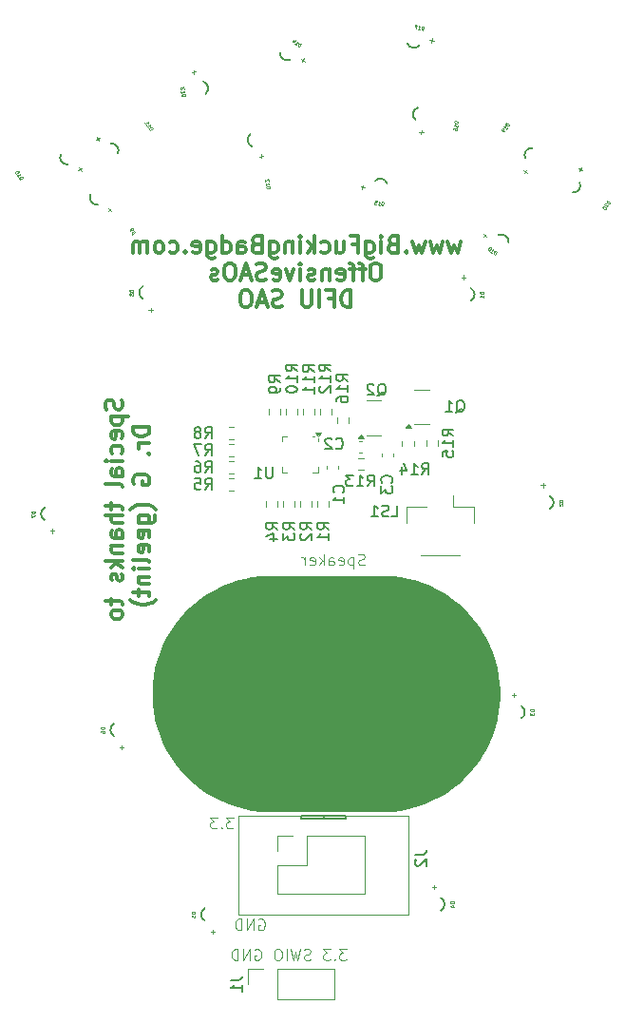
<source format=gbr>
%TF.GenerationSoftware,KiCad,Pcbnew,8.0.5*%
%TF.CreationDate,2024-11-20T10:14:55-08:00*%
%TF.ProjectId,dfiu-ch32v003,64666975-2d63-4683-9332-763030332e6b,rev?*%
%TF.SameCoordinates,Original*%
%TF.FileFunction,Legend,Bot*%
%TF.FilePolarity,Positive*%
%FSLAX46Y46*%
G04 Gerber Fmt 4.6, Leading zero omitted, Abs format (unit mm)*
G04 Created by KiCad (PCBNEW 8.0.5) date 2024-11-20 10:14:55*
%MOMM*%
%LPD*%
G01*
G04 APERTURE LIST*
%ADD10C,0.100000*%
%ADD11C,0.300000*%
%ADD12C,0.150000*%
%ADD13C,1.000000*%
%ADD14C,0.080000*%
%ADD15C,0.120000*%
%ADD16C,0.200000*%
G04 APERTURE END LIST*
D10*
X69591353Y-161772419D02*
X68972306Y-161772419D01*
X68972306Y-161772419D02*
X69305639Y-162153371D01*
X69305639Y-162153371D02*
X69162782Y-162153371D01*
X69162782Y-162153371D02*
X69067544Y-162200990D01*
X69067544Y-162200990D02*
X69019925Y-162248609D01*
X69019925Y-162248609D02*
X68972306Y-162343847D01*
X68972306Y-162343847D02*
X68972306Y-162581942D01*
X68972306Y-162581942D02*
X69019925Y-162677180D01*
X69019925Y-162677180D02*
X69067544Y-162724800D01*
X69067544Y-162724800D02*
X69162782Y-162772419D01*
X69162782Y-162772419D02*
X69448496Y-162772419D01*
X69448496Y-162772419D02*
X69543734Y-162724800D01*
X69543734Y-162724800D02*
X69591353Y-162677180D01*
X68543734Y-162677180D02*
X68496115Y-162724800D01*
X68496115Y-162724800D02*
X68543734Y-162772419D01*
X68543734Y-162772419D02*
X68591353Y-162724800D01*
X68591353Y-162724800D02*
X68543734Y-162677180D01*
X68543734Y-162677180D02*
X68543734Y-162772419D01*
X68162782Y-161772419D02*
X67543735Y-161772419D01*
X67543735Y-161772419D02*
X67877068Y-162153371D01*
X67877068Y-162153371D02*
X67734211Y-162153371D01*
X67734211Y-162153371D02*
X67638973Y-162200990D01*
X67638973Y-162200990D02*
X67591354Y-162248609D01*
X67591354Y-162248609D02*
X67543735Y-162343847D01*
X67543735Y-162343847D02*
X67543735Y-162581942D01*
X67543735Y-162581942D02*
X67591354Y-162677180D01*
X67591354Y-162677180D02*
X67638973Y-162724800D01*
X67638973Y-162724800D02*
X67734211Y-162772419D01*
X67734211Y-162772419D02*
X68019925Y-162772419D01*
X68019925Y-162772419D02*
X68115163Y-162724800D01*
X68115163Y-162724800D02*
X68162782Y-162677180D01*
X66400877Y-162724800D02*
X66258020Y-162772419D01*
X66258020Y-162772419D02*
X66019925Y-162772419D01*
X66019925Y-162772419D02*
X65924687Y-162724800D01*
X65924687Y-162724800D02*
X65877068Y-162677180D01*
X65877068Y-162677180D02*
X65829449Y-162581942D01*
X65829449Y-162581942D02*
X65829449Y-162486704D01*
X65829449Y-162486704D02*
X65877068Y-162391466D01*
X65877068Y-162391466D02*
X65924687Y-162343847D01*
X65924687Y-162343847D02*
X66019925Y-162296228D01*
X66019925Y-162296228D02*
X66210401Y-162248609D01*
X66210401Y-162248609D02*
X66305639Y-162200990D01*
X66305639Y-162200990D02*
X66353258Y-162153371D01*
X66353258Y-162153371D02*
X66400877Y-162058133D01*
X66400877Y-162058133D02*
X66400877Y-161962895D01*
X66400877Y-161962895D02*
X66353258Y-161867657D01*
X66353258Y-161867657D02*
X66305639Y-161820038D01*
X66305639Y-161820038D02*
X66210401Y-161772419D01*
X66210401Y-161772419D02*
X65972306Y-161772419D01*
X65972306Y-161772419D02*
X65829449Y-161820038D01*
X65496115Y-161772419D02*
X65258020Y-162772419D01*
X65258020Y-162772419D02*
X65067544Y-162058133D01*
X65067544Y-162058133D02*
X64877068Y-162772419D01*
X64877068Y-162772419D02*
X64638973Y-161772419D01*
X64258020Y-162772419D02*
X64258020Y-161772419D01*
X63591354Y-161772419D02*
X63400878Y-161772419D01*
X63400878Y-161772419D02*
X63305640Y-161820038D01*
X63305640Y-161820038D02*
X63210402Y-161915276D01*
X63210402Y-161915276D02*
X63162783Y-162105752D01*
X63162783Y-162105752D02*
X63162783Y-162439085D01*
X63162783Y-162439085D02*
X63210402Y-162629561D01*
X63210402Y-162629561D02*
X63305640Y-162724800D01*
X63305640Y-162724800D02*
X63400878Y-162772419D01*
X63400878Y-162772419D02*
X63591354Y-162772419D01*
X63591354Y-162772419D02*
X63686592Y-162724800D01*
X63686592Y-162724800D02*
X63781830Y-162629561D01*
X63781830Y-162629561D02*
X63829449Y-162439085D01*
X63829449Y-162439085D02*
X63829449Y-162105752D01*
X63829449Y-162105752D02*
X63781830Y-161915276D01*
X63781830Y-161915276D02*
X63686592Y-161820038D01*
X63686592Y-161820038D02*
X63591354Y-161772419D01*
X61448497Y-161820038D02*
X61543735Y-161772419D01*
X61543735Y-161772419D02*
X61686592Y-161772419D01*
X61686592Y-161772419D02*
X61829449Y-161820038D01*
X61829449Y-161820038D02*
X61924687Y-161915276D01*
X61924687Y-161915276D02*
X61972306Y-162010514D01*
X61972306Y-162010514D02*
X62019925Y-162200990D01*
X62019925Y-162200990D02*
X62019925Y-162343847D01*
X62019925Y-162343847D02*
X61972306Y-162534323D01*
X61972306Y-162534323D02*
X61924687Y-162629561D01*
X61924687Y-162629561D02*
X61829449Y-162724800D01*
X61829449Y-162724800D02*
X61686592Y-162772419D01*
X61686592Y-162772419D02*
X61591354Y-162772419D01*
X61591354Y-162772419D02*
X61448497Y-162724800D01*
X61448497Y-162724800D02*
X61400878Y-162677180D01*
X61400878Y-162677180D02*
X61400878Y-162343847D01*
X61400878Y-162343847D02*
X61591354Y-162343847D01*
X60972306Y-162772419D02*
X60972306Y-161772419D01*
X60972306Y-161772419D02*
X60400878Y-162772419D01*
X60400878Y-162772419D02*
X60400878Y-161772419D01*
X59924687Y-162772419D02*
X59924687Y-161772419D01*
X59924687Y-161772419D02*
X59686592Y-161772419D01*
X59686592Y-161772419D02*
X59543735Y-161820038D01*
X59543735Y-161820038D02*
X59448497Y-161915276D01*
X59448497Y-161915276D02*
X59400878Y-162010514D01*
X59400878Y-162010514D02*
X59353259Y-162200990D01*
X59353259Y-162200990D02*
X59353259Y-162343847D01*
X59353259Y-162343847D02*
X59400878Y-162534323D01*
X59400878Y-162534323D02*
X59448497Y-162629561D01*
X59448497Y-162629561D02*
X59543735Y-162724800D01*
X59543735Y-162724800D02*
X59686592Y-162772419D01*
X59686592Y-162772419D02*
X59924687Y-162772419D01*
D11*
X49564484Y-112878571D02*
X49635912Y-113092857D01*
X49635912Y-113092857D02*
X49635912Y-113449999D01*
X49635912Y-113449999D02*
X49564484Y-113592857D01*
X49564484Y-113592857D02*
X49493055Y-113664285D01*
X49493055Y-113664285D02*
X49350198Y-113735714D01*
X49350198Y-113735714D02*
X49207341Y-113735714D01*
X49207341Y-113735714D02*
X49064484Y-113664285D01*
X49064484Y-113664285D02*
X48993055Y-113592857D01*
X48993055Y-113592857D02*
X48921626Y-113449999D01*
X48921626Y-113449999D02*
X48850198Y-113164285D01*
X48850198Y-113164285D02*
X48778769Y-113021428D01*
X48778769Y-113021428D02*
X48707341Y-112949999D01*
X48707341Y-112949999D02*
X48564484Y-112878571D01*
X48564484Y-112878571D02*
X48421626Y-112878571D01*
X48421626Y-112878571D02*
X48278769Y-112949999D01*
X48278769Y-112949999D02*
X48207341Y-113021428D01*
X48207341Y-113021428D02*
X48135912Y-113164285D01*
X48135912Y-113164285D02*
X48135912Y-113521428D01*
X48135912Y-113521428D02*
X48207341Y-113735714D01*
X48635912Y-114378570D02*
X50135912Y-114378570D01*
X48707341Y-114378570D02*
X48635912Y-114521428D01*
X48635912Y-114521428D02*
X48635912Y-114807142D01*
X48635912Y-114807142D02*
X48707341Y-114949999D01*
X48707341Y-114949999D02*
X48778769Y-115021428D01*
X48778769Y-115021428D02*
X48921626Y-115092856D01*
X48921626Y-115092856D02*
X49350198Y-115092856D01*
X49350198Y-115092856D02*
X49493055Y-115021428D01*
X49493055Y-115021428D02*
X49564484Y-114949999D01*
X49564484Y-114949999D02*
X49635912Y-114807142D01*
X49635912Y-114807142D02*
X49635912Y-114521428D01*
X49635912Y-114521428D02*
X49564484Y-114378570D01*
X49564484Y-116307142D02*
X49635912Y-116164285D01*
X49635912Y-116164285D02*
X49635912Y-115878571D01*
X49635912Y-115878571D02*
X49564484Y-115735713D01*
X49564484Y-115735713D02*
X49421626Y-115664285D01*
X49421626Y-115664285D02*
X48850198Y-115664285D01*
X48850198Y-115664285D02*
X48707341Y-115735713D01*
X48707341Y-115735713D02*
X48635912Y-115878571D01*
X48635912Y-115878571D02*
X48635912Y-116164285D01*
X48635912Y-116164285D02*
X48707341Y-116307142D01*
X48707341Y-116307142D02*
X48850198Y-116378571D01*
X48850198Y-116378571D02*
X48993055Y-116378571D01*
X48993055Y-116378571D02*
X49135912Y-115664285D01*
X49564484Y-117664285D02*
X49635912Y-117521427D01*
X49635912Y-117521427D02*
X49635912Y-117235713D01*
X49635912Y-117235713D02*
X49564484Y-117092856D01*
X49564484Y-117092856D02*
X49493055Y-117021427D01*
X49493055Y-117021427D02*
X49350198Y-116949999D01*
X49350198Y-116949999D02*
X48921626Y-116949999D01*
X48921626Y-116949999D02*
X48778769Y-117021427D01*
X48778769Y-117021427D02*
X48707341Y-117092856D01*
X48707341Y-117092856D02*
X48635912Y-117235713D01*
X48635912Y-117235713D02*
X48635912Y-117521427D01*
X48635912Y-117521427D02*
X48707341Y-117664285D01*
X49635912Y-118307141D02*
X48635912Y-118307141D01*
X48135912Y-118307141D02*
X48207341Y-118235713D01*
X48207341Y-118235713D02*
X48278769Y-118307141D01*
X48278769Y-118307141D02*
X48207341Y-118378570D01*
X48207341Y-118378570D02*
X48135912Y-118307141D01*
X48135912Y-118307141D02*
X48278769Y-118307141D01*
X49635912Y-119664285D02*
X48850198Y-119664285D01*
X48850198Y-119664285D02*
X48707341Y-119592856D01*
X48707341Y-119592856D02*
X48635912Y-119449999D01*
X48635912Y-119449999D02*
X48635912Y-119164285D01*
X48635912Y-119164285D02*
X48707341Y-119021427D01*
X49564484Y-119664285D02*
X49635912Y-119521427D01*
X49635912Y-119521427D02*
X49635912Y-119164285D01*
X49635912Y-119164285D02*
X49564484Y-119021427D01*
X49564484Y-119021427D02*
X49421626Y-118949999D01*
X49421626Y-118949999D02*
X49278769Y-118949999D01*
X49278769Y-118949999D02*
X49135912Y-119021427D01*
X49135912Y-119021427D02*
X49064484Y-119164285D01*
X49064484Y-119164285D02*
X49064484Y-119521427D01*
X49064484Y-119521427D02*
X48993055Y-119664285D01*
X49635912Y-120592856D02*
X49564484Y-120449999D01*
X49564484Y-120449999D02*
X49421626Y-120378570D01*
X49421626Y-120378570D02*
X48135912Y-120378570D01*
X48635912Y-122092856D02*
X48635912Y-122664284D01*
X48135912Y-122307141D02*
X49421626Y-122307141D01*
X49421626Y-122307141D02*
X49564484Y-122378570D01*
X49564484Y-122378570D02*
X49635912Y-122521427D01*
X49635912Y-122521427D02*
X49635912Y-122664284D01*
X49635912Y-123164284D02*
X48135912Y-123164284D01*
X49635912Y-123807142D02*
X48850198Y-123807142D01*
X48850198Y-123807142D02*
X48707341Y-123735713D01*
X48707341Y-123735713D02*
X48635912Y-123592856D01*
X48635912Y-123592856D02*
X48635912Y-123378570D01*
X48635912Y-123378570D02*
X48707341Y-123235713D01*
X48707341Y-123235713D02*
X48778769Y-123164284D01*
X49635912Y-125164285D02*
X48850198Y-125164285D01*
X48850198Y-125164285D02*
X48707341Y-125092856D01*
X48707341Y-125092856D02*
X48635912Y-124949999D01*
X48635912Y-124949999D02*
X48635912Y-124664285D01*
X48635912Y-124664285D02*
X48707341Y-124521427D01*
X49564484Y-125164285D02*
X49635912Y-125021427D01*
X49635912Y-125021427D02*
X49635912Y-124664285D01*
X49635912Y-124664285D02*
X49564484Y-124521427D01*
X49564484Y-124521427D02*
X49421626Y-124449999D01*
X49421626Y-124449999D02*
X49278769Y-124449999D01*
X49278769Y-124449999D02*
X49135912Y-124521427D01*
X49135912Y-124521427D02*
X49064484Y-124664285D01*
X49064484Y-124664285D02*
X49064484Y-125021427D01*
X49064484Y-125021427D02*
X48993055Y-125164285D01*
X48635912Y-125878570D02*
X49635912Y-125878570D01*
X48778769Y-125878570D02*
X48707341Y-125949999D01*
X48707341Y-125949999D02*
X48635912Y-126092856D01*
X48635912Y-126092856D02*
X48635912Y-126307142D01*
X48635912Y-126307142D02*
X48707341Y-126449999D01*
X48707341Y-126449999D02*
X48850198Y-126521428D01*
X48850198Y-126521428D02*
X49635912Y-126521428D01*
X49635912Y-127235713D02*
X48135912Y-127235713D01*
X49064484Y-127378571D02*
X49635912Y-127807142D01*
X48635912Y-127807142D02*
X49207341Y-127235713D01*
X49564484Y-128378571D02*
X49635912Y-128521428D01*
X49635912Y-128521428D02*
X49635912Y-128807142D01*
X49635912Y-128807142D02*
X49564484Y-128949999D01*
X49564484Y-128949999D02*
X49421626Y-129021428D01*
X49421626Y-129021428D02*
X49350198Y-129021428D01*
X49350198Y-129021428D02*
X49207341Y-128949999D01*
X49207341Y-128949999D02*
X49135912Y-128807142D01*
X49135912Y-128807142D02*
X49135912Y-128592857D01*
X49135912Y-128592857D02*
X49064484Y-128449999D01*
X49064484Y-128449999D02*
X48921626Y-128378571D01*
X48921626Y-128378571D02*
X48850198Y-128378571D01*
X48850198Y-128378571D02*
X48707341Y-128449999D01*
X48707341Y-128449999D02*
X48635912Y-128592857D01*
X48635912Y-128592857D02*
X48635912Y-128807142D01*
X48635912Y-128807142D02*
X48707341Y-128949999D01*
X48635912Y-130592857D02*
X48635912Y-131164285D01*
X48135912Y-130807142D02*
X49421626Y-130807142D01*
X49421626Y-130807142D02*
X49564484Y-130878571D01*
X49564484Y-130878571D02*
X49635912Y-131021428D01*
X49635912Y-131021428D02*
X49635912Y-131164285D01*
X49635912Y-131878571D02*
X49564484Y-131735714D01*
X49564484Y-131735714D02*
X49493055Y-131664285D01*
X49493055Y-131664285D02*
X49350198Y-131592857D01*
X49350198Y-131592857D02*
X48921626Y-131592857D01*
X48921626Y-131592857D02*
X48778769Y-131664285D01*
X48778769Y-131664285D02*
X48707341Y-131735714D01*
X48707341Y-131735714D02*
X48635912Y-131878571D01*
X48635912Y-131878571D02*
X48635912Y-132092857D01*
X48635912Y-132092857D02*
X48707341Y-132235714D01*
X48707341Y-132235714D02*
X48778769Y-132307143D01*
X48778769Y-132307143D02*
X48921626Y-132378571D01*
X48921626Y-132378571D02*
X49350198Y-132378571D01*
X49350198Y-132378571D02*
X49493055Y-132307143D01*
X49493055Y-132307143D02*
X49564484Y-132235714D01*
X49564484Y-132235714D02*
X49635912Y-132092857D01*
X49635912Y-132092857D02*
X49635912Y-131878571D01*
X52050828Y-115271428D02*
X50550828Y-115271428D01*
X50550828Y-115271428D02*
X50550828Y-115628571D01*
X50550828Y-115628571D02*
X50622257Y-115842857D01*
X50622257Y-115842857D02*
X50765114Y-115985714D01*
X50765114Y-115985714D02*
X50907971Y-116057143D01*
X50907971Y-116057143D02*
X51193685Y-116128571D01*
X51193685Y-116128571D02*
X51407971Y-116128571D01*
X51407971Y-116128571D02*
X51693685Y-116057143D01*
X51693685Y-116057143D02*
X51836542Y-115985714D01*
X51836542Y-115985714D02*
X51979400Y-115842857D01*
X51979400Y-115842857D02*
X52050828Y-115628571D01*
X52050828Y-115628571D02*
X52050828Y-115271428D01*
X52050828Y-116771428D02*
X51050828Y-116771428D01*
X51336542Y-116771428D02*
X51193685Y-116842857D01*
X51193685Y-116842857D02*
X51122257Y-116914286D01*
X51122257Y-116914286D02*
X51050828Y-117057143D01*
X51050828Y-117057143D02*
X51050828Y-117200000D01*
X51907971Y-117699999D02*
X51979400Y-117771428D01*
X51979400Y-117771428D02*
X52050828Y-117699999D01*
X52050828Y-117699999D02*
X51979400Y-117628571D01*
X51979400Y-117628571D02*
X51907971Y-117699999D01*
X51907971Y-117699999D02*
X52050828Y-117699999D01*
X50622257Y-120342857D02*
X50550828Y-120200000D01*
X50550828Y-120200000D02*
X50550828Y-119985714D01*
X50550828Y-119985714D02*
X50622257Y-119771428D01*
X50622257Y-119771428D02*
X50765114Y-119628571D01*
X50765114Y-119628571D02*
X50907971Y-119557142D01*
X50907971Y-119557142D02*
X51193685Y-119485714D01*
X51193685Y-119485714D02*
X51407971Y-119485714D01*
X51407971Y-119485714D02*
X51693685Y-119557142D01*
X51693685Y-119557142D02*
X51836542Y-119628571D01*
X51836542Y-119628571D02*
X51979400Y-119771428D01*
X51979400Y-119771428D02*
X52050828Y-119985714D01*
X52050828Y-119985714D02*
X52050828Y-120128571D01*
X52050828Y-120128571D02*
X51979400Y-120342857D01*
X51979400Y-120342857D02*
X51907971Y-120414285D01*
X51907971Y-120414285D02*
X51407971Y-120414285D01*
X51407971Y-120414285D02*
X51407971Y-120128571D01*
X52622257Y-122628571D02*
X52550828Y-122557142D01*
X52550828Y-122557142D02*
X52336542Y-122414285D01*
X52336542Y-122414285D02*
X52193685Y-122342857D01*
X52193685Y-122342857D02*
X51979400Y-122271428D01*
X51979400Y-122271428D02*
X51622257Y-122199999D01*
X51622257Y-122199999D02*
X51336542Y-122199999D01*
X51336542Y-122199999D02*
X50979400Y-122271428D01*
X50979400Y-122271428D02*
X50765114Y-122342857D01*
X50765114Y-122342857D02*
X50622257Y-122414285D01*
X50622257Y-122414285D02*
X50407971Y-122557142D01*
X50407971Y-122557142D02*
X50336542Y-122628571D01*
X51050828Y-123842857D02*
X52265114Y-123842857D01*
X52265114Y-123842857D02*
X52407971Y-123771428D01*
X52407971Y-123771428D02*
X52479400Y-123699999D01*
X52479400Y-123699999D02*
X52550828Y-123557142D01*
X52550828Y-123557142D02*
X52550828Y-123342857D01*
X52550828Y-123342857D02*
X52479400Y-123199999D01*
X51979400Y-123842857D02*
X52050828Y-123699999D01*
X52050828Y-123699999D02*
X52050828Y-123414285D01*
X52050828Y-123414285D02*
X51979400Y-123271428D01*
X51979400Y-123271428D02*
X51907971Y-123199999D01*
X51907971Y-123199999D02*
X51765114Y-123128571D01*
X51765114Y-123128571D02*
X51336542Y-123128571D01*
X51336542Y-123128571D02*
X51193685Y-123199999D01*
X51193685Y-123199999D02*
X51122257Y-123271428D01*
X51122257Y-123271428D02*
X51050828Y-123414285D01*
X51050828Y-123414285D02*
X51050828Y-123699999D01*
X51050828Y-123699999D02*
X51122257Y-123842857D01*
X51979400Y-125128571D02*
X52050828Y-124985714D01*
X52050828Y-124985714D02*
X52050828Y-124700000D01*
X52050828Y-124700000D02*
X51979400Y-124557142D01*
X51979400Y-124557142D02*
X51836542Y-124485714D01*
X51836542Y-124485714D02*
X51265114Y-124485714D01*
X51265114Y-124485714D02*
X51122257Y-124557142D01*
X51122257Y-124557142D02*
X51050828Y-124700000D01*
X51050828Y-124700000D02*
X51050828Y-124985714D01*
X51050828Y-124985714D02*
X51122257Y-125128571D01*
X51122257Y-125128571D02*
X51265114Y-125200000D01*
X51265114Y-125200000D02*
X51407971Y-125200000D01*
X51407971Y-125200000D02*
X51550828Y-124485714D01*
X51979400Y-126414285D02*
X52050828Y-126271428D01*
X52050828Y-126271428D02*
X52050828Y-125985714D01*
X52050828Y-125985714D02*
X51979400Y-125842856D01*
X51979400Y-125842856D02*
X51836542Y-125771428D01*
X51836542Y-125771428D02*
X51265114Y-125771428D01*
X51265114Y-125771428D02*
X51122257Y-125842856D01*
X51122257Y-125842856D02*
X51050828Y-125985714D01*
X51050828Y-125985714D02*
X51050828Y-126271428D01*
X51050828Y-126271428D02*
X51122257Y-126414285D01*
X51122257Y-126414285D02*
X51265114Y-126485714D01*
X51265114Y-126485714D02*
X51407971Y-126485714D01*
X51407971Y-126485714D02*
X51550828Y-125771428D01*
X52050828Y-127342856D02*
X51979400Y-127199999D01*
X51979400Y-127199999D02*
X51836542Y-127128570D01*
X51836542Y-127128570D02*
X50550828Y-127128570D01*
X52050828Y-127914284D02*
X51050828Y-127914284D01*
X50550828Y-127914284D02*
X50622257Y-127842856D01*
X50622257Y-127842856D02*
X50693685Y-127914284D01*
X50693685Y-127914284D02*
X50622257Y-127985713D01*
X50622257Y-127985713D02*
X50550828Y-127914284D01*
X50550828Y-127914284D02*
X50693685Y-127914284D01*
X51050828Y-128628570D02*
X52050828Y-128628570D01*
X51193685Y-128628570D02*
X51122257Y-128699999D01*
X51122257Y-128699999D02*
X51050828Y-128842856D01*
X51050828Y-128842856D02*
X51050828Y-129057142D01*
X51050828Y-129057142D02*
X51122257Y-129199999D01*
X51122257Y-129199999D02*
X51265114Y-129271428D01*
X51265114Y-129271428D02*
X52050828Y-129271428D01*
X51050828Y-129771428D02*
X51050828Y-130342856D01*
X50550828Y-129985713D02*
X51836542Y-129985713D01*
X51836542Y-129985713D02*
X51979400Y-130057142D01*
X51979400Y-130057142D02*
X52050828Y-130199999D01*
X52050828Y-130199999D02*
X52050828Y-130342856D01*
X52622257Y-130699999D02*
X52550828Y-130771428D01*
X52550828Y-130771428D02*
X52336542Y-130914285D01*
X52336542Y-130914285D02*
X52193685Y-130985714D01*
X52193685Y-130985714D02*
X51979400Y-131057142D01*
X51979400Y-131057142D02*
X51622257Y-131128571D01*
X51622257Y-131128571D02*
X51336542Y-131128571D01*
X51336542Y-131128571D02*
X50979400Y-131057142D01*
X50979400Y-131057142D02*
X50765114Y-130985714D01*
X50765114Y-130985714D02*
X50622257Y-130914285D01*
X50622257Y-130914285D02*
X50407971Y-130771428D01*
X50407971Y-130771428D02*
X50336542Y-130699999D01*
D10*
X71218734Y-127549800D02*
X71075877Y-127597419D01*
X71075877Y-127597419D02*
X70837782Y-127597419D01*
X70837782Y-127597419D02*
X70742544Y-127549800D01*
X70742544Y-127549800D02*
X70694925Y-127502180D01*
X70694925Y-127502180D02*
X70647306Y-127406942D01*
X70647306Y-127406942D02*
X70647306Y-127311704D01*
X70647306Y-127311704D02*
X70694925Y-127216466D01*
X70694925Y-127216466D02*
X70742544Y-127168847D01*
X70742544Y-127168847D02*
X70837782Y-127121228D01*
X70837782Y-127121228D02*
X71028258Y-127073609D01*
X71028258Y-127073609D02*
X71123496Y-127025990D01*
X71123496Y-127025990D02*
X71171115Y-126978371D01*
X71171115Y-126978371D02*
X71218734Y-126883133D01*
X71218734Y-126883133D02*
X71218734Y-126787895D01*
X71218734Y-126787895D02*
X71171115Y-126692657D01*
X71171115Y-126692657D02*
X71123496Y-126645038D01*
X71123496Y-126645038D02*
X71028258Y-126597419D01*
X71028258Y-126597419D02*
X70790163Y-126597419D01*
X70790163Y-126597419D02*
X70647306Y-126645038D01*
X70218734Y-126930752D02*
X70218734Y-127930752D01*
X70218734Y-126978371D02*
X70123496Y-126930752D01*
X70123496Y-126930752D02*
X69933020Y-126930752D01*
X69933020Y-126930752D02*
X69837782Y-126978371D01*
X69837782Y-126978371D02*
X69790163Y-127025990D01*
X69790163Y-127025990D02*
X69742544Y-127121228D01*
X69742544Y-127121228D02*
X69742544Y-127406942D01*
X69742544Y-127406942D02*
X69790163Y-127502180D01*
X69790163Y-127502180D02*
X69837782Y-127549800D01*
X69837782Y-127549800D02*
X69933020Y-127597419D01*
X69933020Y-127597419D02*
X70123496Y-127597419D01*
X70123496Y-127597419D02*
X70218734Y-127549800D01*
X68933020Y-127549800D02*
X69028258Y-127597419D01*
X69028258Y-127597419D02*
X69218734Y-127597419D01*
X69218734Y-127597419D02*
X69313972Y-127549800D01*
X69313972Y-127549800D02*
X69361591Y-127454561D01*
X69361591Y-127454561D02*
X69361591Y-127073609D01*
X69361591Y-127073609D02*
X69313972Y-126978371D01*
X69313972Y-126978371D02*
X69218734Y-126930752D01*
X69218734Y-126930752D02*
X69028258Y-126930752D01*
X69028258Y-126930752D02*
X68933020Y-126978371D01*
X68933020Y-126978371D02*
X68885401Y-127073609D01*
X68885401Y-127073609D02*
X68885401Y-127168847D01*
X68885401Y-127168847D02*
X69361591Y-127264085D01*
X68028258Y-127597419D02*
X68028258Y-127073609D01*
X68028258Y-127073609D02*
X68075877Y-126978371D01*
X68075877Y-126978371D02*
X68171115Y-126930752D01*
X68171115Y-126930752D02*
X68361591Y-126930752D01*
X68361591Y-126930752D02*
X68456829Y-126978371D01*
X68028258Y-127549800D02*
X68123496Y-127597419D01*
X68123496Y-127597419D02*
X68361591Y-127597419D01*
X68361591Y-127597419D02*
X68456829Y-127549800D01*
X68456829Y-127549800D02*
X68504448Y-127454561D01*
X68504448Y-127454561D02*
X68504448Y-127359323D01*
X68504448Y-127359323D02*
X68456829Y-127264085D01*
X68456829Y-127264085D02*
X68361591Y-127216466D01*
X68361591Y-127216466D02*
X68123496Y-127216466D01*
X68123496Y-127216466D02*
X68028258Y-127168847D01*
X67552067Y-127597419D02*
X67552067Y-126597419D01*
X67456829Y-127216466D02*
X67171115Y-127597419D01*
X67171115Y-126930752D02*
X67552067Y-127311704D01*
X66361591Y-127549800D02*
X66456829Y-127597419D01*
X66456829Y-127597419D02*
X66647305Y-127597419D01*
X66647305Y-127597419D02*
X66742543Y-127549800D01*
X66742543Y-127549800D02*
X66790162Y-127454561D01*
X66790162Y-127454561D02*
X66790162Y-127073609D01*
X66790162Y-127073609D02*
X66742543Y-126978371D01*
X66742543Y-126978371D02*
X66647305Y-126930752D01*
X66647305Y-126930752D02*
X66456829Y-126930752D01*
X66456829Y-126930752D02*
X66361591Y-126978371D01*
X66361591Y-126978371D02*
X66313972Y-127073609D01*
X66313972Y-127073609D02*
X66313972Y-127168847D01*
X66313972Y-127168847D02*
X66790162Y-127264085D01*
X65885400Y-127597419D02*
X65885400Y-126930752D01*
X65885400Y-127121228D02*
X65837781Y-127025990D01*
X65837781Y-127025990D02*
X65790162Y-126978371D01*
X65790162Y-126978371D02*
X65694924Y-126930752D01*
X65694924Y-126930752D02*
X65599686Y-126930752D01*
X61772306Y-159145038D02*
X61867544Y-159097419D01*
X61867544Y-159097419D02*
X62010401Y-159097419D01*
X62010401Y-159097419D02*
X62153258Y-159145038D01*
X62153258Y-159145038D02*
X62248496Y-159240276D01*
X62248496Y-159240276D02*
X62296115Y-159335514D01*
X62296115Y-159335514D02*
X62343734Y-159525990D01*
X62343734Y-159525990D02*
X62343734Y-159668847D01*
X62343734Y-159668847D02*
X62296115Y-159859323D01*
X62296115Y-159859323D02*
X62248496Y-159954561D01*
X62248496Y-159954561D02*
X62153258Y-160049800D01*
X62153258Y-160049800D02*
X62010401Y-160097419D01*
X62010401Y-160097419D02*
X61915163Y-160097419D01*
X61915163Y-160097419D02*
X61772306Y-160049800D01*
X61772306Y-160049800D02*
X61724687Y-160002180D01*
X61724687Y-160002180D02*
X61724687Y-159668847D01*
X61724687Y-159668847D02*
X61915163Y-159668847D01*
X61296115Y-160097419D02*
X61296115Y-159097419D01*
X61296115Y-159097419D02*
X60724687Y-160097419D01*
X60724687Y-160097419D02*
X60724687Y-159097419D01*
X60248496Y-160097419D02*
X60248496Y-159097419D01*
X60248496Y-159097419D02*
X60010401Y-159097419D01*
X60010401Y-159097419D02*
X59867544Y-159145038D01*
X59867544Y-159145038D02*
X59772306Y-159240276D01*
X59772306Y-159240276D02*
X59724687Y-159335514D01*
X59724687Y-159335514D02*
X59677068Y-159525990D01*
X59677068Y-159525990D02*
X59677068Y-159668847D01*
X59677068Y-159668847D02*
X59724687Y-159859323D01*
X59724687Y-159859323D02*
X59772306Y-159954561D01*
X59772306Y-159954561D02*
X59867544Y-160049800D01*
X59867544Y-160049800D02*
X60010401Y-160097419D01*
X60010401Y-160097419D02*
X60248496Y-160097419D01*
X59516353Y-150047419D02*
X58897306Y-150047419D01*
X58897306Y-150047419D02*
X59230639Y-150428371D01*
X59230639Y-150428371D02*
X59087782Y-150428371D01*
X59087782Y-150428371D02*
X58992544Y-150475990D01*
X58992544Y-150475990D02*
X58944925Y-150523609D01*
X58944925Y-150523609D02*
X58897306Y-150618847D01*
X58897306Y-150618847D02*
X58897306Y-150856942D01*
X58897306Y-150856942D02*
X58944925Y-150952180D01*
X58944925Y-150952180D02*
X58992544Y-150999800D01*
X58992544Y-150999800D02*
X59087782Y-151047419D01*
X59087782Y-151047419D02*
X59373496Y-151047419D01*
X59373496Y-151047419D02*
X59468734Y-150999800D01*
X59468734Y-150999800D02*
X59516353Y-150952180D01*
X58468734Y-150952180D02*
X58421115Y-150999800D01*
X58421115Y-150999800D02*
X58468734Y-151047419D01*
X58468734Y-151047419D02*
X58516353Y-150999800D01*
X58516353Y-150999800D02*
X58468734Y-150952180D01*
X58468734Y-150952180D02*
X58468734Y-151047419D01*
X58087782Y-150047419D02*
X57468735Y-150047419D01*
X57468735Y-150047419D02*
X57802068Y-150428371D01*
X57802068Y-150428371D02*
X57659211Y-150428371D01*
X57659211Y-150428371D02*
X57563973Y-150475990D01*
X57563973Y-150475990D02*
X57516354Y-150523609D01*
X57516354Y-150523609D02*
X57468735Y-150618847D01*
X57468735Y-150618847D02*
X57468735Y-150856942D01*
X57468735Y-150856942D02*
X57516354Y-150952180D01*
X57516354Y-150952180D02*
X57563973Y-150999800D01*
X57563973Y-150999800D02*
X57659211Y-151047419D01*
X57659211Y-151047419D02*
X57944925Y-151047419D01*
X57944925Y-151047419D02*
X58040163Y-150999800D01*
X58040163Y-150999800D02*
X58087782Y-150952180D01*
D11*
X79778572Y-98795996D02*
X79492858Y-99795996D01*
X79492858Y-99795996D02*
X79207143Y-99081710D01*
X79207143Y-99081710D02*
X78921429Y-99795996D01*
X78921429Y-99795996D02*
X78635715Y-98795996D01*
X78207143Y-98795996D02*
X77921429Y-99795996D01*
X77921429Y-99795996D02*
X77635714Y-99081710D01*
X77635714Y-99081710D02*
X77350000Y-99795996D01*
X77350000Y-99795996D02*
X77064286Y-98795996D01*
X76635714Y-98795996D02*
X76350000Y-99795996D01*
X76350000Y-99795996D02*
X76064285Y-99081710D01*
X76064285Y-99081710D02*
X75778571Y-99795996D01*
X75778571Y-99795996D02*
X75492857Y-98795996D01*
X74921428Y-99653139D02*
X74849999Y-99724568D01*
X74849999Y-99724568D02*
X74921428Y-99795996D01*
X74921428Y-99795996D02*
X74992856Y-99724568D01*
X74992856Y-99724568D02*
X74921428Y-99653139D01*
X74921428Y-99653139D02*
X74921428Y-99795996D01*
X73707142Y-99010282D02*
X73492856Y-99081710D01*
X73492856Y-99081710D02*
X73421427Y-99153139D01*
X73421427Y-99153139D02*
X73349999Y-99295996D01*
X73349999Y-99295996D02*
X73349999Y-99510282D01*
X73349999Y-99510282D02*
X73421427Y-99653139D01*
X73421427Y-99653139D02*
X73492856Y-99724568D01*
X73492856Y-99724568D02*
X73635713Y-99795996D01*
X73635713Y-99795996D02*
X74207142Y-99795996D01*
X74207142Y-99795996D02*
X74207142Y-98295996D01*
X74207142Y-98295996D02*
X73707142Y-98295996D01*
X73707142Y-98295996D02*
X73564285Y-98367425D01*
X73564285Y-98367425D02*
X73492856Y-98438853D01*
X73492856Y-98438853D02*
X73421427Y-98581710D01*
X73421427Y-98581710D02*
X73421427Y-98724568D01*
X73421427Y-98724568D02*
X73492856Y-98867425D01*
X73492856Y-98867425D02*
X73564285Y-98938853D01*
X73564285Y-98938853D02*
X73707142Y-99010282D01*
X73707142Y-99010282D02*
X74207142Y-99010282D01*
X72707142Y-99795996D02*
X72707142Y-98795996D01*
X72707142Y-98295996D02*
X72778570Y-98367425D01*
X72778570Y-98367425D02*
X72707142Y-98438853D01*
X72707142Y-98438853D02*
X72635713Y-98367425D01*
X72635713Y-98367425D02*
X72707142Y-98295996D01*
X72707142Y-98295996D02*
X72707142Y-98438853D01*
X71349999Y-98795996D02*
X71349999Y-100010282D01*
X71349999Y-100010282D02*
X71421427Y-100153139D01*
X71421427Y-100153139D02*
X71492856Y-100224568D01*
X71492856Y-100224568D02*
X71635713Y-100295996D01*
X71635713Y-100295996D02*
X71849999Y-100295996D01*
X71849999Y-100295996D02*
X71992856Y-100224568D01*
X71349999Y-99724568D02*
X71492856Y-99795996D01*
X71492856Y-99795996D02*
X71778570Y-99795996D01*
X71778570Y-99795996D02*
X71921427Y-99724568D01*
X71921427Y-99724568D02*
X71992856Y-99653139D01*
X71992856Y-99653139D02*
X72064284Y-99510282D01*
X72064284Y-99510282D02*
X72064284Y-99081710D01*
X72064284Y-99081710D02*
X71992856Y-98938853D01*
X71992856Y-98938853D02*
X71921427Y-98867425D01*
X71921427Y-98867425D02*
X71778570Y-98795996D01*
X71778570Y-98795996D02*
X71492856Y-98795996D01*
X71492856Y-98795996D02*
X71349999Y-98867425D01*
X70135713Y-99010282D02*
X70635713Y-99010282D01*
X70635713Y-99795996D02*
X70635713Y-98295996D01*
X70635713Y-98295996D02*
X69921427Y-98295996D01*
X68707142Y-98795996D02*
X68707142Y-99795996D01*
X69349999Y-98795996D02*
X69349999Y-99581710D01*
X69349999Y-99581710D02*
X69278570Y-99724568D01*
X69278570Y-99724568D02*
X69135713Y-99795996D01*
X69135713Y-99795996D02*
X68921427Y-99795996D01*
X68921427Y-99795996D02*
X68778570Y-99724568D01*
X68778570Y-99724568D02*
X68707142Y-99653139D01*
X67349999Y-99724568D02*
X67492856Y-99795996D01*
X67492856Y-99795996D02*
X67778570Y-99795996D01*
X67778570Y-99795996D02*
X67921427Y-99724568D01*
X67921427Y-99724568D02*
X67992856Y-99653139D01*
X67992856Y-99653139D02*
X68064284Y-99510282D01*
X68064284Y-99510282D02*
X68064284Y-99081710D01*
X68064284Y-99081710D02*
X67992856Y-98938853D01*
X67992856Y-98938853D02*
X67921427Y-98867425D01*
X67921427Y-98867425D02*
X67778570Y-98795996D01*
X67778570Y-98795996D02*
X67492856Y-98795996D01*
X67492856Y-98795996D02*
X67349999Y-98867425D01*
X66707142Y-99795996D02*
X66707142Y-98295996D01*
X66564285Y-99224568D02*
X66135713Y-99795996D01*
X66135713Y-98795996D02*
X66707142Y-99367425D01*
X65492856Y-99795996D02*
X65492856Y-98795996D01*
X65492856Y-98295996D02*
X65564284Y-98367425D01*
X65564284Y-98367425D02*
X65492856Y-98438853D01*
X65492856Y-98438853D02*
X65421427Y-98367425D01*
X65421427Y-98367425D02*
X65492856Y-98295996D01*
X65492856Y-98295996D02*
X65492856Y-98438853D01*
X64778570Y-98795996D02*
X64778570Y-99795996D01*
X64778570Y-98938853D02*
X64707141Y-98867425D01*
X64707141Y-98867425D02*
X64564284Y-98795996D01*
X64564284Y-98795996D02*
X64349998Y-98795996D01*
X64349998Y-98795996D02*
X64207141Y-98867425D01*
X64207141Y-98867425D02*
X64135713Y-99010282D01*
X64135713Y-99010282D02*
X64135713Y-99795996D01*
X62778570Y-98795996D02*
X62778570Y-100010282D01*
X62778570Y-100010282D02*
X62849998Y-100153139D01*
X62849998Y-100153139D02*
X62921427Y-100224568D01*
X62921427Y-100224568D02*
X63064284Y-100295996D01*
X63064284Y-100295996D02*
X63278570Y-100295996D01*
X63278570Y-100295996D02*
X63421427Y-100224568D01*
X62778570Y-99724568D02*
X62921427Y-99795996D01*
X62921427Y-99795996D02*
X63207141Y-99795996D01*
X63207141Y-99795996D02*
X63349998Y-99724568D01*
X63349998Y-99724568D02*
X63421427Y-99653139D01*
X63421427Y-99653139D02*
X63492855Y-99510282D01*
X63492855Y-99510282D02*
X63492855Y-99081710D01*
X63492855Y-99081710D02*
X63421427Y-98938853D01*
X63421427Y-98938853D02*
X63349998Y-98867425D01*
X63349998Y-98867425D02*
X63207141Y-98795996D01*
X63207141Y-98795996D02*
X62921427Y-98795996D01*
X62921427Y-98795996D02*
X62778570Y-98867425D01*
X61564284Y-99010282D02*
X61349998Y-99081710D01*
X61349998Y-99081710D02*
X61278569Y-99153139D01*
X61278569Y-99153139D02*
X61207141Y-99295996D01*
X61207141Y-99295996D02*
X61207141Y-99510282D01*
X61207141Y-99510282D02*
X61278569Y-99653139D01*
X61278569Y-99653139D02*
X61349998Y-99724568D01*
X61349998Y-99724568D02*
X61492855Y-99795996D01*
X61492855Y-99795996D02*
X62064284Y-99795996D01*
X62064284Y-99795996D02*
X62064284Y-98295996D01*
X62064284Y-98295996D02*
X61564284Y-98295996D01*
X61564284Y-98295996D02*
X61421427Y-98367425D01*
X61421427Y-98367425D02*
X61349998Y-98438853D01*
X61349998Y-98438853D02*
X61278569Y-98581710D01*
X61278569Y-98581710D02*
X61278569Y-98724568D01*
X61278569Y-98724568D02*
X61349998Y-98867425D01*
X61349998Y-98867425D02*
X61421427Y-98938853D01*
X61421427Y-98938853D02*
X61564284Y-99010282D01*
X61564284Y-99010282D02*
X62064284Y-99010282D01*
X59921427Y-99795996D02*
X59921427Y-99010282D01*
X59921427Y-99010282D02*
X59992855Y-98867425D01*
X59992855Y-98867425D02*
X60135712Y-98795996D01*
X60135712Y-98795996D02*
X60421427Y-98795996D01*
X60421427Y-98795996D02*
X60564284Y-98867425D01*
X59921427Y-99724568D02*
X60064284Y-99795996D01*
X60064284Y-99795996D02*
X60421427Y-99795996D01*
X60421427Y-99795996D02*
X60564284Y-99724568D01*
X60564284Y-99724568D02*
X60635712Y-99581710D01*
X60635712Y-99581710D02*
X60635712Y-99438853D01*
X60635712Y-99438853D02*
X60564284Y-99295996D01*
X60564284Y-99295996D02*
X60421427Y-99224568D01*
X60421427Y-99224568D02*
X60064284Y-99224568D01*
X60064284Y-99224568D02*
X59921427Y-99153139D01*
X58564284Y-99795996D02*
X58564284Y-98295996D01*
X58564284Y-99724568D02*
X58707141Y-99795996D01*
X58707141Y-99795996D02*
X58992855Y-99795996D01*
X58992855Y-99795996D02*
X59135712Y-99724568D01*
X59135712Y-99724568D02*
X59207141Y-99653139D01*
X59207141Y-99653139D02*
X59278569Y-99510282D01*
X59278569Y-99510282D02*
X59278569Y-99081710D01*
X59278569Y-99081710D02*
X59207141Y-98938853D01*
X59207141Y-98938853D02*
X59135712Y-98867425D01*
X59135712Y-98867425D02*
X58992855Y-98795996D01*
X58992855Y-98795996D02*
X58707141Y-98795996D01*
X58707141Y-98795996D02*
X58564284Y-98867425D01*
X57207141Y-98795996D02*
X57207141Y-100010282D01*
X57207141Y-100010282D02*
X57278569Y-100153139D01*
X57278569Y-100153139D02*
X57349998Y-100224568D01*
X57349998Y-100224568D02*
X57492855Y-100295996D01*
X57492855Y-100295996D02*
X57707141Y-100295996D01*
X57707141Y-100295996D02*
X57849998Y-100224568D01*
X57207141Y-99724568D02*
X57349998Y-99795996D01*
X57349998Y-99795996D02*
X57635712Y-99795996D01*
X57635712Y-99795996D02*
X57778569Y-99724568D01*
X57778569Y-99724568D02*
X57849998Y-99653139D01*
X57849998Y-99653139D02*
X57921426Y-99510282D01*
X57921426Y-99510282D02*
X57921426Y-99081710D01*
X57921426Y-99081710D02*
X57849998Y-98938853D01*
X57849998Y-98938853D02*
X57778569Y-98867425D01*
X57778569Y-98867425D02*
X57635712Y-98795996D01*
X57635712Y-98795996D02*
X57349998Y-98795996D01*
X57349998Y-98795996D02*
X57207141Y-98867425D01*
X55921426Y-99724568D02*
X56064283Y-99795996D01*
X56064283Y-99795996D02*
X56349998Y-99795996D01*
X56349998Y-99795996D02*
X56492855Y-99724568D01*
X56492855Y-99724568D02*
X56564283Y-99581710D01*
X56564283Y-99581710D02*
X56564283Y-99010282D01*
X56564283Y-99010282D02*
X56492855Y-98867425D01*
X56492855Y-98867425D02*
X56349998Y-98795996D01*
X56349998Y-98795996D02*
X56064283Y-98795996D01*
X56064283Y-98795996D02*
X55921426Y-98867425D01*
X55921426Y-98867425D02*
X55849998Y-99010282D01*
X55849998Y-99010282D02*
X55849998Y-99153139D01*
X55849998Y-99153139D02*
X56564283Y-99295996D01*
X55207141Y-99653139D02*
X55135712Y-99724568D01*
X55135712Y-99724568D02*
X55207141Y-99795996D01*
X55207141Y-99795996D02*
X55278569Y-99724568D01*
X55278569Y-99724568D02*
X55207141Y-99653139D01*
X55207141Y-99653139D02*
X55207141Y-99795996D01*
X53849998Y-99724568D02*
X53992855Y-99795996D01*
X53992855Y-99795996D02*
X54278569Y-99795996D01*
X54278569Y-99795996D02*
X54421426Y-99724568D01*
X54421426Y-99724568D02*
X54492855Y-99653139D01*
X54492855Y-99653139D02*
X54564283Y-99510282D01*
X54564283Y-99510282D02*
X54564283Y-99081710D01*
X54564283Y-99081710D02*
X54492855Y-98938853D01*
X54492855Y-98938853D02*
X54421426Y-98867425D01*
X54421426Y-98867425D02*
X54278569Y-98795996D01*
X54278569Y-98795996D02*
X53992855Y-98795996D01*
X53992855Y-98795996D02*
X53849998Y-98867425D01*
X52992855Y-99795996D02*
X53135712Y-99724568D01*
X53135712Y-99724568D02*
X53207141Y-99653139D01*
X53207141Y-99653139D02*
X53278569Y-99510282D01*
X53278569Y-99510282D02*
X53278569Y-99081710D01*
X53278569Y-99081710D02*
X53207141Y-98938853D01*
X53207141Y-98938853D02*
X53135712Y-98867425D01*
X53135712Y-98867425D02*
X52992855Y-98795996D01*
X52992855Y-98795996D02*
X52778569Y-98795996D01*
X52778569Y-98795996D02*
X52635712Y-98867425D01*
X52635712Y-98867425D02*
X52564284Y-98938853D01*
X52564284Y-98938853D02*
X52492855Y-99081710D01*
X52492855Y-99081710D02*
X52492855Y-99510282D01*
X52492855Y-99510282D02*
X52564284Y-99653139D01*
X52564284Y-99653139D02*
X52635712Y-99724568D01*
X52635712Y-99724568D02*
X52778569Y-99795996D01*
X52778569Y-99795996D02*
X52992855Y-99795996D01*
X51849998Y-99795996D02*
X51849998Y-98795996D01*
X51849998Y-98938853D02*
X51778569Y-98867425D01*
X51778569Y-98867425D02*
X51635712Y-98795996D01*
X51635712Y-98795996D02*
X51421426Y-98795996D01*
X51421426Y-98795996D02*
X51278569Y-98867425D01*
X51278569Y-98867425D02*
X51207141Y-99010282D01*
X51207141Y-99010282D02*
X51207141Y-99795996D01*
X51207141Y-99010282D02*
X51135712Y-98867425D01*
X51135712Y-98867425D02*
X50992855Y-98795996D01*
X50992855Y-98795996D02*
X50778569Y-98795996D01*
X50778569Y-98795996D02*
X50635712Y-98867425D01*
X50635712Y-98867425D02*
X50564283Y-99010282D01*
X50564283Y-99010282D02*
X50564283Y-99795996D01*
X72349999Y-100710912D02*
X72064285Y-100710912D01*
X72064285Y-100710912D02*
X71921428Y-100782341D01*
X71921428Y-100782341D02*
X71778571Y-100925198D01*
X71778571Y-100925198D02*
X71707142Y-101210912D01*
X71707142Y-101210912D02*
X71707142Y-101710912D01*
X71707142Y-101710912D02*
X71778571Y-101996626D01*
X71778571Y-101996626D02*
X71921428Y-102139484D01*
X71921428Y-102139484D02*
X72064285Y-102210912D01*
X72064285Y-102210912D02*
X72349999Y-102210912D01*
X72349999Y-102210912D02*
X72492857Y-102139484D01*
X72492857Y-102139484D02*
X72635714Y-101996626D01*
X72635714Y-101996626D02*
X72707142Y-101710912D01*
X72707142Y-101710912D02*
X72707142Y-101210912D01*
X72707142Y-101210912D02*
X72635714Y-100925198D01*
X72635714Y-100925198D02*
X72492857Y-100782341D01*
X72492857Y-100782341D02*
X72349999Y-100710912D01*
X71278570Y-101210912D02*
X70707142Y-101210912D01*
X71064285Y-102210912D02*
X71064285Y-100925198D01*
X71064285Y-100925198D02*
X70992856Y-100782341D01*
X70992856Y-100782341D02*
X70849999Y-100710912D01*
X70849999Y-100710912D02*
X70707142Y-100710912D01*
X70421427Y-101210912D02*
X69849999Y-101210912D01*
X70207142Y-102210912D02*
X70207142Y-100925198D01*
X70207142Y-100925198D02*
X70135713Y-100782341D01*
X70135713Y-100782341D02*
X69992856Y-100710912D01*
X69992856Y-100710912D02*
X69849999Y-100710912D01*
X68778570Y-102139484D02*
X68921427Y-102210912D01*
X68921427Y-102210912D02*
X69207142Y-102210912D01*
X69207142Y-102210912D02*
X69349999Y-102139484D01*
X69349999Y-102139484D02*
X69421427Y-101996626D01*
X69421427Y-101996626D02*
X69421427Y-101425198D01*
X69421427Y-101425198D02*
X69349999Y-101282341D01*
X69349999Y-101282341D02*
X69207142Y-101210912D01*
X69207142Y-101210912D02*
X68921427Y-101210912D01*
X68921427Y-101210912D02*
X68778570Y-101282341D01*
X68778570Y-101282341D02*
X68707142Y-101425198D01*
X68707142Y-101425198D02*
X68707142Y-101568055D01*
X68707142Y-101568055D02*
X69421427Y-101710912D01*
X68064285Y-101210912D02*
X68064285Y-102210912D01*
X68064285Y-101353769D02*
X67992856Y-101282341D01*
X67992856Y-101282341D02*
X67849999Y-101210912D01*
X67849999Y-101210912D02*
X67635713Y-101210912D01*
X67635713Y-101210912D02*
X67492856Y-101282341D01*
X67492856Y-101282341D02*
X67421428Y-101425198D01*
X67421428Y-101425198D02*
X67421428Y-102210912D01*
X66778570Y-102139484D02*
X66635713Y-102210912D01*
X66635713Y-102210912D02*
X66349999Y-102210912D01*
X66349999Y-102210912D02*
X66207142Y-102139484D01*
X66207142Y-102139484D02*
X66135713Y-101996626D01*
X66135713Y-101996626D02*
X66135713Y-101925198D01*
X66135713Y-101925198D02*
X66207142Y-101782341D01*
X66207142Y-101782341D02*
X66349999Y-101710912D01*
X66349999Y-101710912D02*
X66564285Y-101710912D01*
X66564285Y-101710912D02*
X66707142Y-101639484D01*
X66707142Y-101639484D02*
X66778570Y-101496626D01*
X66778570Y-101496626D02*
X66778570Y-101425198D01*
X66778570Y-101425198D02*
X66707142Y-101282341D01*
X66707142Y-101282341D02*
X66564285Y-101210912D01*
X66564285Y-101210912D02*
X66349999Y-101210912D01*
X66349999Y-101210912D02*
X66207142Y-101282341D01*
X65492856Y-102210912D02*
X65492856Y-101210912D01*
X65492856Y-100710912D02*
X65564284Y-100782341D01*
X65564284Y-100782341D02*
X65492856Y-100853769D01*
X65492856Y-100853769D02*
X65421427Y-100782341D01*
X65421427Y-100782341D02*
X65492856Y-100710912D01*
X65492856Y-100710912D02*
X65492856Y-100853769D01*
X64921427Y-101210912D02*
X64564284Y-102210912D01*
X64564284Y-102210912D02*
X64207141Y-101210912D01*
X63064284Y-102139484D02*
X63207141Y-102210912D01*
X63207141Y-102210912D02*
X63492856Y-102210912D01*
X63492856Y-102210912D02*
X63635713Y-102139484D01*
X63635713Y-102139484D02*
X63707141Y-101996626D01*
X63707141Y-101996626D02*
X63707141Y-101425198D01*
X63707141Y-101425198D02*
X63635713Y-101282341D01*
X63635713Y-101282341D02*
X63492856Y-101210912D01*
X63492856Y-101210912D02*
X63207141Y-101210912D01*
X63207141Y-101210912D02*
X63064284Y-101282341D01*
X63064284Y-101282341D02*
X62992856Y-101425198D01*
X62992856Y-101425198D02*
X62992856Y-101568055D01*
X62992856Y-101568055D02*
X63707141Y-101710912D01*
X62421427Y-102139484D02*
X62207142Y-102210912D01*
X62207142Y-102210912D02*
X61849999Y-102210912D01*
X61849999Y-102210912D02*
X61707142Y-102139484D01*
X61707142Y-102139484D02*
X61635713Y-102068055D01*
X61635713Y-102068055D02*
X61564284Y-101925198D01*
X61564284Y-101925198D02*
X61564284Y-101782341D01*
X61564284Y-101782341D02*
X61635713Y-101639484D01*
X61635713Y-101639484D02*
X61707142Y-101568055D01*
X61707142Y-101568055D02*
X61849999Y-101496626D01*
X61849999Y-101496626D02*
X62135713Y-101425198D01*
X62135713Y-101425198D02*
X62278570Y-101353769D01*
X62278570Y-101353769D02*
X62349999Y-101282341D01*
X62349999Y-101282341D02*
X62421427Y-101139484D01*
X62421427Y-101139484D02*
X62421427Y-100996626D01*
X62421427Y-100996626D02*
X62349999Y-100853769D01*
X62349999Y-100853769D02*
X62278570Y-100782341D01*
X62278570Y-100782341D02*
X62135713Y-100710912D01*
X62135713Y-100710912D02*
X61778570Y-100710912D01*
X61778570Y-100710912D02*
X61564284Y-100782341D01*
X60992856Y-101782341D02*
X60278571Y-101782341D01*
X61135713Y-102210912D02*
X60635713Y-100710912D01*
X60635713Y-100710912D02*
X60135713Y-102210912D01*
X59349999Y-100710912D02*
X59064285Y-100710912D01*
X59064285Y-100710912D02*
X58921428Y-100782341D01*
X58921428Y-100782341D02*
X58778571Y-100925198D01*
X58778571Y-100925198D02*
X58707142Y-101210912D01*
X58707142Y-101210912D02*
X58707142Y-101710912D01*
X58707142Y-101710912D02*
X58778571Y-101996626D01*
X58778571Y-101996626D02*
X58921428Y-102139484D01*
X58921428Y-102139484D02*
X59064285Y-102210912D01*
X59064285Y-102210912D02*
X59349999Y-102210912D01*
X59349999Y-102210912D02*
X59492857Y-102139484D01*
X59492857Y-102139484D02*
X59635714Y-101996626D01*
X59635714Y-101996626D02*
X59707142Y-101710912D01*
X59707142Y-101710912D02*
X59707142Y-101210912D01*
X59707142Y-101210912D02*
X59635714Y-100925198D01*
X59635714Y-100925198D02*
X59492857Y-100782341D01*
X59492857Y-100782341D02*
X59349999Y-100710912D01*
X58135713Y-102139484D02*
X57992856Y-102210912D01*
X57992856Y-102210912D02*
X57707142Y-102210912D01*
X57707142Y-102210912D02*
X57564285Y-102139484D01*
X57564285Y-102139484D02*
X57492856Y-101996626D01*
X57492856Y-101996626D02*
X57492856Y-101925198D01*
X57492856Y-101925198D02*
X57564285Y-101782341D01*
X57564285Y-101782341D02*
X57707142Y-101710912D01*
X57707142Y-101710912D02*
X57921428Y-101710912D01*
X57921428Y-101710912D02*
X58064285Y-101639484D01*
X58064285Y-101639484D02*
X58135713Y-101496626D01*
X58135713Y-101496626D02*
X58135713Y-101425198D01*
X58135713Y-101425198D02*
X58064285Y-101282341D01*
X58064285Y-101282341D02*
X57921428Y-101210912D01*
X57921428Y-101210912D02*
X57707142Y-101210912D01*
X57707142Y-101210912D02*
X57564285Y-101282341D01*
X69992857Y-104625828D02*
X69992857Y-103125828D01*
X69992857Y-103125828D02*
X69635714Y-103125828D01*
X69635714Y-103125828D02*
X69421428Y-103197257D01*
X69421428Y-103197257D02*
X69278571Y-103340114D01*
X69278571Y-103340114D02*
X69207142Y-103482971D01*
X69207142Y-103482971D02*
X69135714Y-103768685D01*
X69135714Y-103768685D02*
X69135714Y-103982971D01*
X69135714Y-103982971D02*
X69207142Y-104268685D01*
X69207142Y-104268685D02*
X69278571Y-104411542D01*
X69278571Y-104411542D02*
X69421428Y-104554400D01*
X69421428Y-104554400D02*
X69635714Y-104625828D01*
X69635714Y-104625828D02*
X69992857Y-104625828D01*
X67992857Y-103840114D02*
X68492857Y-103840114D01*
X68492857Y-104625828D02*
X68492857Y-103125828D01*
X68492857Y-103125828D02*
X67778571Y-103125828D01*
X67207143Y-104625828D02*
X67207143Y-103125828D01*
X66492857Y-103125828D02*
X66492857Y-104340114D01*
X66492857Y-104340114D02*
X66421428Y-104482971D01*
X66421428Y-104482971D02*
X66350000Y-104554400D01*
X66350000Y-104554400D02*
X66207142Y-104625828D01*
X66207142Y-104625828D02*
X65921428Y-104625828D01*
X65921428Y-104625828D02*
X65778571Y-104554400D01*
X65778571Y-104554400D02*
X65707142Y-104482971D01*
X65707142Y-104482971D02*
X65635714Y-104340114D01*
X65635714Y-104340114D02*
X65635714Y-103125828D01*
X63849999Y-104554400D02*
X63635714Y-104625828D01*
X63635714Y-104625828D02*
X63278571Y-104625828D01*
X63278571Y-104625828D02*
X63135714Y-104554400D01*
X63135714Y-104554400D02*
X63064285Y-104482971D01*
X63064285Y-104482971D02*
X62992856Y-104340114D01*
X62992856Y-104340114D02*
X62992856Y-104197257D01*
X62992856Y-104197257D02*
X63064285Y-104054400D01*
X63064285Y-104054400D02*
X63135714Y-103982971D01*
X63135714Y-103982971D02*
X63278571Y-103911542D01*
X63278571Y-103911542D02*
X63564285Y-103840114D01*
X63564285Y-103840114D02*
X63707142Y-103768685D01*
X63707142Y-103768685D02*
X63778571Y-103697257D01*
X63778571Y-103697257D02*
X63849999Y-103554400D01*
X63849999Y-103554400D02*
X63849999Y-103411542D01*
X63849999Y-103411542D02*
X63778571Y-103268685D01*
X63778571Y-103268685D02*
X63707142Y-103197257D01*
X63707142Y-103197257D02*
X63564285Y-103125828D01*
X63564285Y-103125828D02*
X63207142Y-103125828D01*
X63207142Y-103125828D02*
X62992856Y-103197257D01*
X62421428Y-104197257D02*
X61707143Y-104197257D01*
X62564285Y-104625828D02*
X62064285Y-103125828D01*
X62064285Y-103125828D02*
X61564285Y-104625828D01*
X60778571Y-103125828D02*
X60492857Y-103125828D01*
X60492857Y-103125828D02*
X60350000Y-103197257D01*
X60350000Y-103197257D02*
X60207143Y-103340114D01*
X60207143Y-103340114D02*
X60135714Y-103625828D01*
X60135714Y-103625828D02*
X60135714Y-104125828D01*
X60135714Y-104125828D02*
X60207143Y-104411542D01*
X60207143Y-104411542D02*
X60350000Y-104554400D01*
X60350000Y-104554400D02*
X60492857Y-104625828D01*
X60492857Y-104625828D02*
X60778571Y-104625828D01*
X60778571Y-104625828D02*
X60921429Y-104554400D01*
X60921429Y-104554400D02*
X61064286Y-104411542D01*
X61064286Y-104411542D02*
X61135714Y-104125828D01*
X61135714Y-104125828D02*
X61135714Y-103625828D01*
X61135714Y-103625828D02*
X61064286Y-103340114D01*
X61064286Y-103340114D02*
X60921429Y-103197257D01*
X60921429Y-103197257D02*
X60778571Y-103125828D01*
D12*
X75729819Y-153391666D02*
X76444104Y-153391666D01*
X76444104Y-153391666D02*
X76586961Y-153344047D01*
X76586961Y-153344047D02*
X76682200Y-153248809D01*
X76682200Y-153248809D02*
X76729819Y-153105952D01*
X76729819Y-153105952D02*
X76729819Y-153010714D01*
X75825057Y-153820238D02*
X75777438Y-153867857D01*
X75777438Y-153867857D02*
X75729819Y-153963095D01*
X75729819Y-153963095D02*
X75729819Y-154201190D01*
X75729819Y-154201190D02*
X75777438Y-154296428D01*
X75777438Y-154296428D02*
X75825057Y-154344047D01*
X75825057Y-154344047D02*
X75920295Y-154391666D01*
X75920295Y-154391666D02*
X76015533Y-154391666D01*
X76015533Y-154391666D02*
X76158390Y-154344047D01*
X76158390Y-154344047D02*
X76729819Y-153772619D01*
X76729819Y-153772619D02*
X76729819Y-154391666D01*
D13*
X73139185Y-129077467D02*
X73766315Y-129116923D01*
X74389731Y-129195678D01*
X75006971Y-129313423D01*
X75615600Y-129469693D01*
X76213215Y-129663870D01*
X76797459Y-129895188D01*
X77366026Y-130162735D01*
X77916671Y-130465455D01*
X78447221Y-130802153D01*
X78955583Y-131171499D01*
X79439751Y-131572038D01*
X79897813Y-132002187D01*
X80327962Y-132460249D01*
X80728501Y-132944417D01*
X81097847Y-133452779D01*
X81434545Y-133983329D01*
X81737265Y-134533974D01*
X82004812Y-135102541D01*
X82236130Y-135686785D01*
X82430307Y-136284400D01*
X82586577Y-136893029D01*
X82704322Y-137510269D01*
X82783077Y-138133685D01*
X82822533Y-138760815D01*
X82822533Y-139389185D01*
X82783077Y-140016315D01*
X82704322Y-140639731D01*
X82586577Y-141256971D01*
X82430307Y-141865600D01*
X82236130Y-142463215D01*
X82004812Y-143047459D01*
X81737265Y-143616026D01*
X81434545Y-144166671D01*
X81097847Y-144697221D01*
X80728501Y-145205583D01*
X80327962Y-145689751D01*
X79897813Y-146147813D01*
X79439751Y-146577962D01*
X78955583Y-146978501D01*
X78447221Y-147347847D01*
X77916671Y-147684545D01*
X77366026Y-147987265D01*
X76797459Y-148254812D01*
X76213215Y-148486130D01*
X75615600Y-148680307D01*
X75006971Y-148836577D01*
X74389731Y-148954322D01*
X73766315Y-149033077D01*
X73139185Y-149072533D01*
X72825000Y-149075000D01*
X62825000Y-149075000D01*
X62510815Y-149072533D01*
X61883685Y-149033077D01*
X61260269Y-148954322D01*
X60643029Y-148836577D01*
X60034400Y-148680307D01*
X59436785Y-148486130D01*
X58852541Y-148254812D01*
X58283974Y-147987265D01*
X57733329Y-147684545D01*
X57202779Y-147347847D01*
X56694417Y-146978501D01*
X56210249Y-146577962D01*
X55752187Y-146147813D01*
X55322038Y-145689751D01*
X54921499Y-145205583D01*
X54552153Y-144697221D01*
X54215455Y-144166671D01*
X53912735Y-143616026D01*
X53645188Y-143047459D01*
X53413870Y-142463215D01*
X53219693Y-141865600D01*
X53063423Y-141256971D01*
X52945678Y-140639731D01*
X52866923Y-140016315D01*
X52827467Y-139389185D01*
X52827467Y-138760815D01*
X52866923Y-138133685D01*
X52945678Y-137510269D01*
X53063423Y-136893029D01*
X53219693Y-136284400D01*
X53413870Y-135686785D01*
X53645188Y-135102541D01*
X53912735Y-134533974D01*
X54215455Y-133983329D01*
X54552153Y-133452779D01*
X54921499Y-132944417D01*
X55322038Y-132460249D01*
X55752187Y-132002187D01*
X56210249Y-131572038D01*
X56694417Y-131171499D01*
X57202779Y-130802153D01*
X57733329Y-130465455D01*
X58283974Y-130162735D01*
X58852541Y-129895188D01*
X59436785Y-129663870D01*
X60034400Y-129469693D01*
X60643029Y-129313423D01*
X61260269Y-129195678D01*
X61883685Y-129116923D01*
X62510815Y-129077467D01*
X62825000Y-129075000D01*
X72825000Y-129075000D01*
X73139185Y-129077467D01*
G36*
X73139185Y-129077467D02*
G01*
X73766315Y-129116923D01*
X74389731Y-129195678D01*
X75006971Y-129313423D01*
X75615600Y-129469693D01*
X76213215Y-129663870D01*
X76797459Y-129895188D01*
X77366026Y-130162735D01*
X77916671Y-130465455D01*
X78447221Y-130802153D01*
X78955583Y-131171499D01*
X79439751Y-131572038D01*
X79897813Y-132002187D01*
X80327962Y-132460249D01*
X80728501Y-132944417D01*
X81097847Y-133452779D01*
X81434545Y-133983329D01*
X81737265Y-134533974D01*
X82004812Y-135102541D01*
X82236130Y-135686785D01*
X82430307Y-136284400D01*
X82586577Y-136893029D01*
X82704322Y-137510269D01*
X82783077Y-138133685D01*
X82822533Y-138760815D01*
X82822533Y-139389185D01*
X82783077Y-140016315D01*
X82704322Y-140639731D01*
X82586577Y-141256971D01*
X82430307Y-141865600D01*
X82236130Y-142463215D01*
X82004812Y-143047459D01*
X81737265Y-143616026D01*
X81434545Y-144166671D01*
X81097847Y-144697221D01*
X80728501Y-145205583D01*
X80327962Y-145689751D01*
X79897813Y-146147813D01*
X79439751Y-146577962D01*
X78955583Y-146978501D01*
X78447221Y-147347847D01*
X77916671Y-147684545D01*
X77366026Y-147987265D01*
X76797459Y-148254812D01*
X76213215Y-148486130D01*
X75615600Y-148680307D01*
X75006971Y-148836577D01*
X74389731Y-148954322D01*
X73766315Y-149033077D01*
X73139185Y-149072533D01*
X72825000Y-149075000D01*
X62825000Y-149075000D01*
X62510815Y-149072533D01*
X61883685Y-149033077D01*
X61260269Y-148954322D01*
X60643029Y-148836577D01*
X60034400Y-148680307D01*
X59436785Y-148486130D01*
X58852541Y-148254812D01*
X58283974Y-147987265D01*
X57733329Y-147684545D01*
X57202779Y-147347847D01*
X56694417Y-146978501D01*
X56210249Y-146577962D01*
X55752187Y-146147813D01*
X55322038Y-145689751D01*
X54921499Y-145205583D01*
X54552153Y-144697221D01*
X54215455Y-144166671D01*
X53912735Y-143616026D01*
X53645188Y-143047459D01*
X53413870Y-142463215D01*
X53219693Y-141865600D01*
X53063423Y-141256971D01*
X52945678Y-140639731D01*
X52866923Y-140016315D01*
X52827467Y-139389185D01*
X52827467Y-138760815D01*
X52866923Y-138133685D01*
X52945678Y-137510269D01*
X53063423Y-136893029D01*
X53219693Y-136284400D01*
X53413870Y-135686785D01*
X53645188Y-135102541D01*
X53912735Y-134533974D01*
X54215455Y-133983329D01*
X54552153Y-133452779D01*
X54921499Y-132944417D01*
X55322038Y-132460249D01*
X55752187Y-132002187D01*
X56210249Y-131572038D01*
X56694417Y-131171499D01*
X57202779Y-130802153D01*
X57733329Y-130465455D01*
X58283974Y-130162735D01*
X58852541Y-129895188D01*
X59436785Y-129663870D01*
X60034400Y-129469693D01*
X60643029Y-129313423D01*
X61260269Y-129195678D01*
X61883685Y-129116923D01*
X62510815Y-129077467D01*
X62825000Y-129075000D01*
X72825000Y-129075000D01*
X73139185Y-129077467D01*
G37*
D12*
X69729819Y-111219642D02*
X69253628Y-110886309D01*
X69729819Y-110648214D02*
X68729819Y-110648214D01*
X68729819Y-110648214D02*
X68729819Y-111029166D01*
X68729819Y-111029166D02*
X68777438Y-111124404D01*
X68777438Y-111124404D02*
X68825057Y-111172023D01*
X68825057Y-111172023D02*
X68920295Y-111219642D01*
X68920295Y-111219642D02*
X69063152Y-111219642D01*
X69063152Y-111219642D02*
X69158390Y-111172023D01*
X69158390Y-111172023D02*
X69206009Y-111124404D01*
X69206009Y-111124404D02*
X69253628Y-111029166D01*
X69253628Y-111029166D02*
X69253628Y-110648214D01*
X69729819Y-112172023D02*
X69729819Y-111600595D01*
X69729819Y-111886309D02*
X68729819Y-111886309D01*
X68729819Y-111886309D02*
X68872676Y-111791071D01*
X68872676Y-111791071D02*
X68967914Y-111695833D01*
X68967914Y-111695833D02*
X69015533Y-111600595D01*
X68729819Y-113029166D02*
X68729819Y-112838690D01*
X68729819Y-112838690D02*
X68777438Y-112743452D01*
X68777438Y-112743452D02*
X68825057Y-112695833D01*
X68825057Y-112695833D02*
X68967914Y-112600595D01*
X68967914Y-112600595D02*
X69158390Y-112552976D01*
X69158390Y-112552976D02*
X69539342Y-112552976D01*
X69539342Y-112552976D02*
X69634580Y-112600595D01*
X69634580Y-112600595D02*
X69682200Y-112648214D01*
X69682200Y-112648214D02*
X69729819Y-112743452D01*
X69729819Y-112743452D02*
X69729819Y-112933928D01*
X69729819Y-112933928D02*
X69682200Y-113029166D01*
X69682200Y-113029166D02*
X69634580Y-113076785D01*
X69634580Y-113076785D02*
X69539342Y-113124404D01*
X69539342Y-113124404D02*
X69301247Y-113124404D01*
X69301247Y-113124404D02*
X69206009Y-113076785D01*
X69206009Y-113076785D02*
X69158390Y-113029166D01*
X69158390Y-113029166D02*
X69110771Y-112933928D01*
X69110771Y-112933928D02*
X69110771Y-112743452D01*
X69110771Y-112743452D02*
X69158390Y-112648214D01*
X69158390Y-112648214D02*
X69206009Y-112600595D01*
X69206009Y-112600595D02*
X69301247Y-112552976D01*
D14*
X76432684Y-79959167D02*
X76488251Y-79644028D01*
X76488251Y-79644028D02*
X76413218Y-79630798D01*
X76413218Y-79630798D02*
X76365552Y-79637866D01*
X76365552Y-79637866D02*
X76330247Y-79662587D01*
X76330247Y-79662587D02*
X76309948Y-79689954D01*
X76309948Y-79689954D02*
X76284357Y-79747335D01*
X76284357Y-79747335D02*
X76276419Y-79792354D01*
X76276419Y-79792354D02*
X76280841Y-79855027D01*
X76280841Y-79855027D02*
X76290556Y-79887686D01*
X76290556Y-79887686D02*
X76315277Y-79922991D01*
X76315277Y-79922991D02*
X76357651Y-79945936D01*
X76357651Y-79945936D02*
X76432684Y-79959167D01*
X75952473Y-79874492D02*
X76132552Y-79906245D01*
X76042512Y-79890369D02*
X76098080Y-79575230D01*
X76098080Y-79575230D02*
X76120155Y-79625542D01*
X76120155Y-79625542D02*
X76144876Y-79660848D01*
X76144876Y-79660848D02*
X76172243Y-79681146D01*
X75902994Y-79540831D02*
X75692901Y-79503786D01*
X75692901Y-79503786D02*
X75772393Y-79842740D01*
D15*
X77372613Y-80895863D02*
X77012455Y-80832357D01*
X77160781Y-81044189D02*
X77224287Y-80684031D01*
D14*
X65385773Y-81465733D02*
X65569317Y-81203604D01*
X65569317Y-81203604D02*
X65506905Y-81159903D01*
X65506905Y-81159903D02*
X65460718Y-81146165D01*
X65460718Y-81146165D02*
X65418273Y-81153649D01*
X65418273Y-81153649D02*
X65388310Y-81169874D01*
X65388310Y-81169874D02*
X65340867Y-81211063D01*
X65340867Y-81211063D02*
X65314647Y-81248510D01*
X65314647Y-81248510D02*
X65292168Y-81307179D01*
X65292168Y-81307179D02*
X65287170Y-81340884D01*
X65287170Y-81340884D02*
X65294654Y-81383329D01*
X65294654Y-81383329D02*
X65323361Y-81422032D01*
X65323361Y-81422032D02*
X65385773Y-81465733D01*
X64986338Y-81186046D02*
X65136126Y-81290929D01*
X65061232Y-81238487D02*
X65244777Y-80976359D01*
X65244777Y-80976359D02*
X65243521Y-81031286D01*
X65243521Y-81031286D02*
X65251005Y-81073731D01*
X65251005Y-81073731D02*
X65267229Y-81103694D01*
X64884020Y-80853970D02*
X64761657Y-81028722D01*
X65016353Y-80797812D02*
X64947661Y-81028748D01*
X64947661Y-81028748D02*
X64785391Y-80915125D01*
D15*
X65900682Y-82736423D02*
X65601107Y-82526658D01*
X65646012Y-82781329D02*
X65855777Y-82481753D01*
D12*
X66504819Y-124420833D02*
X66028628Y-124087500D01*
X66504819Y-123849405D02*
X65504819Y-123849405D01*
X65504819Y-123849405D02*
X65504819Y-124230357D01*
X65504819Y-124230357D02*
X65552438Y-124325595D01*
X65552438Y-124325595D02*
X65600057Y-124373214D01*
X65600057Y-124373214D02*
X65695295Y-124420833D01*
X65695295Y-124420833D02*
X65838152Y-124420833D01*
X65838152Y-124420833D02*
X65933390Y-124373214D01*
X65933390Y-124373214D02*
X65981009Y-124325595D01*
X65981009Y-124325595D02*
X66028628Y-124230357D01*
X66028628Y-124230357D02*
X66028628Y-123849405D01*
X65600057Y-124801786D02*
X65552438Y-124849405D01*
X65552438Y-124849405D02*
X65504819Y-124944643D01*
X65504819Y-124944643D02*
X65504819Y-125182738D01*
X65504819Y-125182738D02*
X65552438Y-125277976D01*
X65552438Y-125277976D02*
X65600057Y-125325595D01*
X65600057Y-125325595D02*
X65695295Y-125373214D01*
X65695295Y-125373214D02*
X65790533Y-125373214D01*
X65790533Y-125373214D02*
X65933390Y-125325595D01*
X65933390Y-125325595D02*
X66504819Y-124754167D01*
X66504819Y-124754167D02*
X66504819Y-125373214D01*
X56991666Y-119342319D02*
X57324999Y-118866128D01*
X57563094Y-119342319D02*
X57563094Y-118342319D01*
X57563094Y-118342319D02*
X57182142Y-118342319D01*
X57182142Y-118342319D02*
X57086904Y-118389938D01*
X57086904Y-118389938D02*
X57039285Y-118437557D01*
X57039285Y-118437557D02*
X56991666Y-118532795D01*
X56991666Y-118532795D02*
X56991666Y-118675652D01*
X56991666Y-118675652D02*
X57039285Y-118770890D01*
X57039285Y-118770890D02*
X57086904Y-118818509D01*
X57086904Y-118818509D02*
X57182142Y-118866128D01*
X57182142Y-118866128D02*
X57563094Y-118866128D01*
X56134523Y-118342319D02*
X56324999Y-118342319D01*
X56324999Y-118342319D02*
X56420237Y-118389938D01*
X56420237Y-118389938D02*
X56467856Y-118437557D01*
X56467856Y-118437557D02*
X56563094Y-118580414D01*
X56563094Y-118580414D02*
X56610713Y-118770890D01*
X56610713Y-118770890D02*
X56610713Y-119151842D01*
X56610713Y-119151842D02*
X56563094Y-119247080D01*
X56563094Y-119247080D02*
X56515475Y-119294700D01*
X56515475Y-119294700D02*
X56420237Y-119342319D01*
X56420237Y-119342319D02*
X56229761Y-119342319D01*
X56229761Y-119342319D02*
X56134523Y-119294700D01*
X56134523Y-119294700D02*
X56086904Y-119247080D01*
X56086904Y-119247080D02*
X56039285Y-119151842D01*
X56039285Y-119151842D02*
X56039285Y-118913747D01*
X56039285Y-118913747D02*
X56086904Y-118818509D01*
X56086904Y-118818509D02*
X56134523Y-118770890D01*
X56134523Y-118770890D02*
X56229761Y-118723271D01*
X56229761Y-118723271D02*
X56420237Y-118723271D01*
X56420237Y-118723271D02*
X56515475Y-118770890D01*
X56515475Y-118770890D02*
X56563094Y-118818509D01*
X56563094Y-118818509D02*
X56610713Y-118913747D01*
D14*
X72857684Y-95584167D02*
X72913251Y-95269028D01*
X72913251Y-95269028D02*
X72838218Y-95255798D01*
X72838218Y-95255798D02*
X72790552Y-95262866D01*
X72790552Y-95262866D02*
X72755247Y-95287587D01*
X72755247Y-95287587D02*
X72734948Y-95314954D01*
X72734948Y-95314954D02*
X72709357Y-95372335D01*
X72709357Y-95372335D02*
X72701419Y-95417354D01*
X72701419Y-95417354D02*
X72705841Y-95480027D01*
X72705841Y-95480027D02*
X72715556Y-95512686D01*
X72715556Y-95512686D02*
X72740277Y-95547991D01*
X72740277Y-95547991D02*
X72782651Y-95570936D01*
X72782651Y-95570936D02*
X72857684Y-95584167D01*
X72377473Y-95499492D02*
X72557552Y-95531245D01*
X72467512Y-95515369D02*
X72523080Y-95200230D01*
X72523080Y-95200230D02*
X72545155Y-95250542D01*
X72545155Y-95250542D02*
X72569876Y-95285848D01*
X72569876Y-95285848D02*
X72597243Y-95306146D01*
X72147915Y-95134079D02*
X72297981Y-95160539D01*
X72297981Y-95160539D02*
X72286526Y-95313251D01*
X72286526Y-95313251D02*
X72274166Y-95295599D01*
X72274166Y-95295599D02*
X72246799Y-95275300D01*
X72246799Y-95275300D02*
X72171766Y-95262070D01*
X72171766Y-95262070D02*
X72139107Y-95271784D01*
X72139107Y-95271784D02*
X72121454Y-95284145D01*
X72121454Y-95284145D02*
X72101155Y-95311512D01*
X72101155Y-95311512D02*
X72087925Y-95386545D01*
X72087925Y-95386545D02*
X72097639Y-95419204D01*
X72097639Y-95419204D02*
X72110000Y-95436857D01*
X72110000Y-95436857D02*
X72137367Y-95457155D01*
X72137367Y-95457155D02*
X72212400Y-95470386D01*
X72212400Y-95470386D02*
X72245059Y-95460671D01*
X72245059Y-95460671D02*
X72262712Y-95448311D01*
D15*
X71226098Y-93957562D02*
X70865940Y-93894056D01*
X71014266Y-94105888D02*
X71077772Y-93745730D01*
D12*
X66704819Y-110394642D02*
X66228628Y-110061309D01*
X66704819Y-109823214D02*
X65704819Y-109823214D01*
X65704819Y-109823214D02*
X65704819Y-110204166D01*
X65704819Y-110204166D02*
X65752438Y-110299404D01*
X65752438Y-110299404D02*
X65800057Y-110347023D01*
X65800057Y-110347023D02*
X65895295Y-110394642D01*
X65895295Y-110394642D02*
X66038152Y-110394642D01*
X66038152Y-110394642D02*
X66133390Y-110347023D01*
X66133390Y-110347023D02*
X66181009Y-110299404D01*
X66181009Y-110299404D02*
X66228628Y-110204166D01*
X66228628Y-110204166D02*
X66228628Y-109823214D01*
X66704819Y-111347023D02*
X66704819Y-110775595D01*
X66704819Y-111061309D02*
X65704819Y-111061309D01*
X65704819Y-111061309D02*
X65847676Y-110966071D01*
X65847676Y-110966071D02*
X65942914Y-110870833D01*
X65942914Y-110870833D02*
X65990533Y-110775595D01*
X66704819Y-112299404D02*
X66704819Y-111727976D01*
X66704819Y-112013690D02*
X65704819Y-112013690D01*
X65704819Y-112013690D02*
X65847676Y-111918452D01*
X65847676Y-111918452D02*
X65942914Y-111823214D01*
X65942914Y-111823214D02*
X65990533Y-111727976D01*
X75704819Y-153366666D02*
X76419104Y-153366666D01*
X76419104Y-153366666D02*
X76561961Y-153319047D01*
X76561961Y-153319047D02*
X76657200Y-153223809D01*
X76657200Y-153223809D02*
X76704819Y-153080952D01*
X76704819Y-153080952D02*
X76704819Y-152985714D01*
X75800057Y-153795238D02*
X75752438Y-153842857D01*
X75752438Y-153842857D02*
X75704819Y-153938095D01*
X75704819Y-153938095D02*
X75704819Y-154176190D01*
X75704819Y-154176190D02*
X75752438Y-154271428D01*
X75752438Y-154271428D02*
X75800057Y-154319047D01*
X75800057Y-154319047D02*
X75895295Y-154366666D01*
X75895295Y-154366666D02*
X75990533Y-154366666D01*
X75990533Y-154366666D02*
X76133390Y-154319047D01*
X76133390Y-154319047D02*
X76704819Y-153747619D01*
X76704819Y-153747619D02*
X76704819Y-154366666D01*
D14*
X50593312Y-103086471D02*
X50273312Y-103086471D01*
X50273312Y-103086471D02*
X50273312Y-103162661D01*
X50273312Y-103162661D02*
X50288550Y-103208376D01*
X50288550Y-103208376D02*
X50319026Y-103238852D01*
X50319026Y-103238852D02*
X50349502Y-103254090D01*
X50349502Y-103254090D02*
X50410454Y-103269328D01*
X50410454Y-103269328D02*
X50456169Y-103269328D01*
X50456169Y-103269328D02*
X50517121Y-103254090D01*
X50517121Y-103254090D02*
X50547597Y-103238852D01*
X50547597Y-103238852D02*
X50578074Y-103208376D01*
X50578074Y-103208376D02*
X50593312Y-103162661D01*
X50593312Y-103162661D02*
X50593312Y-103086471D01*
X50410454Y-103452185D02*
X50395216Y-103421709D01*
X50395216Y-103421709D02*
X50379978Y-103406471D01*
X50379978Y-103406471D02*
X50349502Y-103391233D01*
X50349502Y-103391233D02*
X50334264Y-103391233D01*
X50334264Y-103391233D02*
X50303788Y-103406471D01*
X50303788Y-103406471D02*
X50288550Y-103421709D01*
X50288550Y-103421709D02*
X50273312Y-103452185D01*
X50273312Y-103452185D02*
X50273312Y-103513138D01*
X50273312Y-103513138D02*
X50288550Y-103543614D01*
X50288550Y-103543614D02*
X50303788Y-103558852D01*
X50303788Y-103558852D02*
X50334264Y-103574090D01*
X50334264Y-103574090D02*
X50349502Y-103574090D01*
X50349502Y-103574090D02*
X50379978Y-103558852D01*
X50379978Y-103558852D02*
X50395216Y-103543614D01*
X50395216Y-103543614D02*
X50410454Y-103513138D01*
X50410454Y-103513138D02*
X50410454Y-103452185D01*
X50410454Y-103452185D02*
X50425693Y-103421709D01*
X50425693Y-103421709D02*
X50440931Y-103406471D01*
X50440931Y-103406471D02*
X50471407Y-103391233D01*
X50471407Y-103391233D02*
X50532359Y-103391233D01*
X50532359Y-103391233D02*
X50562835Y-103406471D01*
X50562835Y-103406471D02*
X50578074Y-103421709D01*
X50578074Y-103421709D02*
X50593312Y-103452185D01*
X50593312Y-103452185D02*
X50593312Y-103513138D01*
X50593312Y-103513138D02*
X50578074Y-103543614D01*
X50578074Y-103543614D02*
X50562835Y-103558852D01*
X50562835Y-103558852D02*
X50532359Y-103574090D01*
X50532359Y-103574090D02*
X50471407Y-103574090D01*
X50471407Y-103574090D02*
X50440931Y-103558852D01*
X50440931Y-103558852D02*
X50425693Y-103543614D01*
X50425693Y-103543614D02*
X50410454Y-103513138D01*
D15*
X52146594Y-104675804D02*
X52146594Y-105041519D01*
X52329451Y-104858661D02*
X51963736Y-104858661D01*
D14*
X40505017Y-93275824D02*
X40767146Y-93092279D01*
X40767146Y-93092279D02*
X40723445Y-93029868D01*
X40723445Y-93029868D02*
X40684742Y-93001161D01*
X40684742Y-93001161D02*
X40642297Y-92993677D01*
X40642297Y-92993677D02*
X40608592Y-92998675D01*
X40608592Y-92998675D02*
X40549922Y-93021153D01*
X40549922Y-93021153D02*
X40512475Y-93047374D01*
X40512475Y-93047374D02*
X40471286Y-93094817D01*
X40471286Y-93094817D02*
X40455062Y-93124780D01*
X40455062Y-93124780D02*
X40447578Y-93167225D01*
X40447578Y-93167225D02*
X40461316Y-93213412D01*
X40461316Y-93213412D02*
X40505017Y-93275824D01*
X40225330Y-92876390D02*
X40330213Y-93026177D01*
X40277771Y-92951284D02*
X40539900Y-92767739D01*
X40539900Y-92767739D02*
X40519934Y-92818924D01*
X40519934Y-92818924D02*
X40512449Y-92861369D01*
X40512449Y-92861369D02*
X40517447Y-92895074D01*
X40373836Y-92530575D02*
X40356356Y-92505610D01*
X40356356Y-92505610D02*
X40326393Y-92489386D01*
X40326393Y-92489386D02*
X40305170Y-92485644D01*
X40305170Y-92485644D02*
X40271465Y-92490642D01*
X40271465Y-92490642D02*
X40212796Y-92513120D01*
X40212796Y-92513120D02*
X40150384Y-92556821D01*
X40150384Y-92556821D02*
X40109195Y-92604265D01*
X40109195Y-92604265D02*
X40092971Y-92634227D01*
X40092971Y-92634227D02*
X40089229Y-92655450D01*
X40089229Y-92655450D02*
X40094227Y-92689155D01*
X40094227Y-92689155D02*
X40111707Y-92714119D01*
X40111707Y-92714119D02*
X40141670Y-92730344D01*
X40141670Y-92730344D02*
X40162893Y-92734086D01*
X40162893Y-92734086D02*
X40196597Y-92729088D01*
X40196597Y-92729088D02*
X40255267Y-92706609D01*
X40255267Y-92706609D02*
X40317679Y-92662908D01*
X40317679Y-92662908D02*
X40358868Y-92615465D01*
X40358868Y-92615465D02*
X40375092Y-92585502D01*
X40375092Y-92585502D02*
X40378834Y-92564280D01*
X40378834Y-92564280D02*
X40373836Y-92530575D01*
D15*
X45960369Y-92515327D02*
X45750604Y-92215752D01*
X45705699Y-92470422D02*
X46005274Y-92260657D01*
D14*
X48030979Y-142040676D02*
X47710979Y-142040676D01*
X47710979Y-142040676D02*
X47710979Y-142116866D01*
X47710979Y-142116866D02*
X47726217Y-142162581D01*
X47726217Y-142162581D02*
X47756693Y-142193057D01*
X47756693Y-142193057D02*
X47787169Y-142208295D01*
X47787169Y-142208295D02*
X47848121Y-142223533D01*
X47848121Y-142223533D02*
X47893836Y-142223533D01*
X47893836Y-142223533D02*
X47954788Y-142208295D01*
X47954788Y-142208295D02*
X47985264Y-142193057D01*
X47985264Y-142193057D02*
X48015741Y-142162581D01*
X48015741Y-142162581D02*
X48030979Y-142116866D01*
X48030979Y-142116866D02*
X48030979Y-142040676D01*
X47710979Y-142497819D02*
X47710979Y-142436866D01*
X47710979Y-142436866D02*
X47726217Y-142406390D01*
X47726217Y-142406390D02*
X47741455Y-142391152D01*
X47741455Y-142391152D02*
X47787169Y-142360676D01*
X47787169Y-142360676D02*
X47848121Y-142345438D01*
X47848121Y-142345438D02*
X47970026Y-142345438D01*
X47970026Y-142345438D02*
X48000502Y-142360676D01*
X48000502Y-142360676D02*
X48015741Y-142375914D01*
X48015741Y-142375914D02*
X48030979Y-142406390D01*
X48030979Y-142406390D02*
X48030979Y-142467343D01*
X48030979Y-142467343D02*
X48015741Y-142497819D01*
X48015741Y-142497819D02*
X48000502Y-142513057D01*
X48000502Y-142513057D02*
X47970026Y-142528295D01*
X47970026Y-142528295D02*
X47893836Y-142528295D01*
X47893836Y-142528295D02*
X47863360Y-142513057D01*
X47863360Y-142513057D02*
X47848121Y-142497819D01*
X47848121Y-142497819D02*
X47832883Y-142467343D01*
X47832883Y-142467343D02*
X47832883Y-142406390D01*
X47832883Y-142406390D02*
X47848121Y-142375914D01*
X47848121Y-142375914D02*
X47863360Y-142360676D01*
X47863360Y-142360676D02*
X47893836Y-142345438D01*
D15*
X49584261Y-143630009D02*
X49584261Y-143995724D01*
X49767118Y-143812866D02*
X49401403Y-143812866D01*
D12*
X79368934Y-114012557D02*
X79464172Y-113964938D01*
X79464172Y-113964938D02*
X79559410Y-113869700D01*
X79559410Y-113869700D02*
X79702267Y-113726842D01*
X79702267Y-113726842D02*
X79797505Y-113679223D01*
X79797505Y-113679223D02*
X79892743Y-113679223D01*
X79845124Y-113917319D02*
X79940362Y-113869700D01*
X79940362Y-113869700D02*
X80035600Y-113774461D01*
X80035600Y-113774461D02*
X80083219Y-113583985D01*
X80083219Y-113583985D02*
X80083219Y-113250652D01*
X80083219Y-113250652D02*
X80035600Y-113060176D01*
X80035600Y-113060176D02*
X79940362Y-112964938D01*
X79940362Y-112964938D02*
X79845124Y-112917319D01*
X79845124Y-112917319D02*
X79654648Y-112917319D01*
X79654648Y-112917319D02*
X79559410Y-112964938D01*
X79559410Y-112964938D02*
X79464172Y-113060176D01*
X79464172Y-113060176D02*
X79416553Y-113250652D01*
X79416553Y-113250652D02*
X79416553Y-113583985D01*
X79416553Y-113583985D02*
X79464172Y-113774461D01*
X79464172Y-113774461D02*
X79559410Y-113869700D01*
X79559410Y-113869700D02*
X79654648Y-113917319D01*
X79654648Y-113917319D02*
X79845124Y-113917319D01*
X78464172Y-113917319D02*
X79035600Y-113917319D01*
X78749886Y-113917319D02*
X78749886Y-112917319D01*
X78749886Y-112917319D02*
X78845124Y-113060176D01*
X78845124Y-113060176D02*
X78940362Y-113155414D01*
X78940362Y-113155414D02*
X79035600Y-113203033D01*
X64979819Y-124420833D02*
X64503628Y-124087500D01*
X64979819Y-123849405D02*
X63979819Y-123849405D01*
X63979819Y-123849405D02*
X63979819Y-124230357D01*
X63979819Y-124230357D02*
X64027438Y-124325595D01*
X64027438Y-124325595D02*
X64075057Y-124373214D01*
X64075057Y-124373214D02*
X64170295Y-124420833D01*
X64170295Y-124420833D02*
X64313152Y-124420833D01*
X64313152Y-124420833D02*
X64408390Y-124373214D01*
X64408390Y-124373214D02*
X64456009Y-124325595D01*
X64456009Y-124325595D02*
X64503628Y-124230357D01*
X64503628Y-124230357D02*
X64503628Y-123849405D01*
X63979819Y-124754167D02*
X63979819Y-125373214D01*
X63979819Y-125373214D02*
X64360771Y-125039881D01*
X64360771Y-125039881D02*
X64360771Y-125182738D01*
X64360771Y-125182738D02*
X64408390Y-125277976D01*
X64408390Y-125277976D02*
X64456009Y-125325595D01*
X64456009Y-125325595D02*
X64551247Y-125373214D01*
X64551247Y-125373214D02*
X64789342Y-125373214D01*
X64789342Y-125373214D02*
X64884580Y-125325595D01*
X64884580Y-125325595D02*
X64932200Y-125277976D01*
X64932200Y-125277976D02*
X64979819Y-125182738D01*
X64979819Y-125182738D02*
X64979819Y-124897024D01*
X64979819Y-124897024D02*
X64932200Y-124801786D01*
X64932200Y-124801786D02*
X64884580Y-124754167D01*
X76317857Y-119529819D02*
X76651190Y-119053628D01*
X76889285Y-119529819D02*
X76889285Y-118529819D01*
X76889285Y-118529819D02*
X76508333Y-118529819D01*
X76508333Y-118529819D02*
X76413095Y-118577438D01*
X76413095Y-118577438D02*
X76365476Y-118625057D01*
X76365476Y-118625057D02*
X76317857Y-118720295D01*
X76317857Y-118720295D02*
X76317857Y-118863152D01*
X76317857Y-118863152D02*
X76365476Y-118958390D01*
X76365476Y-118958390D02*
X76413095Y-119006009D01*
X76413095Y-119006009D02*
X76508333Y-119053628D01*
X76508333Y-119053628D02*
X76889285Y-119053628D01*
X75365476Y-119529819D02*
X75936904Y-119529819D01*
X75651190Y-119529819D02*
X75651190Y-118529819D01*
X75651190Y-118529819D02*
X75746428Y-118672676D01*
X75746428Y-118672676D02*
X75841666Y-118767914D01*
X75841666Y-118767914D02*
X75936904Y-118815533D01*
X74508333Y-118863152D02*
X74508333Y-119529819D01*
X74746428Y-118482200D02*
X74984523Y-119196485D01*
X74984523Y-119196485D02*
X74365476Y-119196485D01*
X72370238Y-112537557D02*
X72465476Y-112489938D01*
X72465476Y-112489938D02*
X72560714Y-112394700D01*
X72560714Y-112394700D02*
X72703571Y-112251842D01*
X72703571Y-112251842D02*
X72798809Y-112204223D01*
X72798809Y-112204223D02*
X72894047Y-112204223D01*
X72846428Y-112442319D02*
X72941666Y-112394700D01*
X72941666Y-112394700D02*
X73036904Y-112299461D01*
X73036904Y-112299461D02*
X73084523Y-112108985D01*
X73084523Y-112108985D02*
X73084523Y-111775652D01*
X73084523Y-111775652D02*
X73036904Y-111585176D01*
X73036904Y-111585176D02*
X72941666Y-111489938D01*
X72941666Y-111489938D02*
X72846428Y-111442319D01*
X72846428Y-111442319D02*
X72655952Y-111442319D01*
X72655952Y-111442319D02*
X72560714Y-111489938D01*
X72560714Y-111489938D02*
X72465476Y-111585176D01*
X72465476Y-111585176D02*
X72417857Y-111775652D01*
X72417857Y-111775652D02*
X72417857Y-112108985D01*
X72417857Y-112108985D02*
X72465476Y-112299461D01*
X72465476Y-112299461D02*
X72560714Y-112394700D01*
X72560714Y-112394700D02*
X72655952Y-112442319D01*
X72655952Y-112442319D02*
X72846428Y-112442319D01*
X72036904Y-111537557D02*
X71989285Y-111489938D01*
X71989285Y-111489938D02*
X71894047Y-111442319D01*
X71894047Y-111442319D02*
X71655952Y-111442319D01*
X71655952Y-111442319D02*
X71560714Y-111489938D01*
X71560714Y-111489938D02*
X71513095Y-111537557D01*
X71513095Y-111537557D02*
X71465476Y-111632795D01*
X71465476Y-111632795D02*
X71465476Y-111728033D01*
X71465476Y-111728033D02*
X71513095Y-111870890D01*
X71513095Y-111870890D02*
X72084523Y-112442319D01*
X72084523Y-112442319D02*
X71465476Y-112442319D01*
D14*
X79559167Y-88117315D02*
X79244028Y-88061748D01*
X79244028Y-88061748D02*
X79230798Y-88136781D01*
X79230798Y-88136781D02*
X79237866Y-88184447D01*
X79237866Y-88184447D02*
X79262587Y-88219752D01*
X79262587Y-88219752D02*
X79289954Y-88240051D01*
X79289954Y-88240051D02*
X79347335Y-88265642D01*
X79347335Y-88265642D02*
X79392354Y-88273580D01*
X79392354Y-88273580D02*
X79455027Y-88269158D01*
X79455027Y-88269158D02*
X79487686Y-88259443D01*
X79487686Y-88259443D02*
X79522991Y-88234722D01*
X79522991Y-88234722D02*
X79545936Y-88192348D01*
X79545936Y-88192348D02*
X79559167Y-88117315D01*
X79474492Y-88597526D02*
X79506245Y-88417447D01*
X79490369Y-88507487D02*
X79175230Y-88451919D01*
X79175230Y-88451919D02*
X79225542Y-88429844D01*
X79225542Y-88429844D02*
X79260848Y-88405123D01*
X79260848Y-88405123D02*
X79281146Y-88377756D01*
X79111725Y-88812078D02*
X79122309Y-88752051D01*
X79122309Y-88752051D02*
X79142608Y-88724684D01*
X79142608Y-88724684D02*
X79160260Y-88712324D01*
X79160260Y-88712324D02*
X79210572Y-88690249D01*
X79210572Y-88690249D02*
X79273245Y-88685826D01*
X79273245Y-88685826D02*
X79393297Y-88706995D01*
X79393297Y-88706995D02*
X79420665Y-88727294D01*
X79420665Y-88727294D02*
X79433025Y-88744946D01*
X79433025Y-88744946D02*
X79442740Y-88777606D01*
X79442740Y-88777606D02*
X79432155Y-88837632D01*
X79432155Y-88837632D02*
X79411857Y-88864999D01*
X79411857Y-88864999D02*
X79394204Y-88877360D01*
X79394204Y-88877360D02*
X79361545Y-88887074D01*
X79361545Y-88887074D02*
X79286512Y-88873844D01*
X79286512Y-88873844D02*
X79259145Y-88853545D01*
X79259145Y-88853545D02*
X79246784Y-88835892D01*
X79246784Y-88835892D02*
X79237070Y-88803233D01*
X79237070Y-88803233D02*
X79247654Y-88743207D01*
X79247654Y-88743207D02*
X79267953Y-88715840D01*
X79267953Y-88715840D02*
X79285605Y-88703479D01*
X79285605Y-88703479D02*
X79318264Y-88693765D01*
D15*
X76304145Y-88862973D02*
X76240639Y-89223131D01*
X76452471Y-89074805D02*
X76092313Y-89011299D01*
D12*
X73608276Y-120245833D02*
X73655896Y-120198214D01*
X73655896Y-120198214D02*
X73703515Y-120055357D01*
X73703515Y-120055357D02*
X73703515Y-119960119D01*
X73703515Y-119960119D02*
X73655896Y-119817262D01*
X73655896Y-119817262D02*
X73560657Y-119722024D01*
X73560657Y-119722024D02*
X73465419Y-119674405D01*
X73465419Y-119674405D02*
X73274943Y-119626786D01*
X73274943Y-119626786D02*
X73132086Y-119626786D01*
X73132086Y-119626786D02*
X72941610Y-119674405D01*
X72941610Y-119674405D02*
X72846372Y-119722024D01*
X72846372Y-119722024D02*
X72751134Y-119817262D01*
X72751134Y-119817262D02*
X72703515Y-119960119D01*
X72703515Y-119960119D02*
X72703515Y-120055357D01*
X72703515Y-120055357D02*
X72751134Y-120198214D01*
X72751134Y-120198214D02*
X72798753Y-120245833D01*
X72703515Y-120579167D02*
X72703515Y-121198214D01*
X72703515Y-121198214D02*
X73084467Y-120864881D01*
X73084467Y-120864881D02*
X73084467Y-121007738D01*
X73084467Y-121007738D02*
X73132086Y-121102976D01*
X73132086Y-121102976D02*
X73179705Y-121150595D01*
X73179705Y-121150595D02*
X73274943Y-121198214D01*
X73274943Y-121198214D02*
X73513038Y-121198214D01*
X73513038Y-121198214D02*
X73608276Y-121150595D01*
X73608276Y-121150595D02*
X73655896Y-121102976D01*
X73655896Y-121102976D02*
X73703515Y-121007738D01*
X73703515Y-121007738D02*
X73703515Y-120722024D01*
X73703515Y-120722024D02*
X73655896Y-120626786D01*
X73655896Y-120626786D02*
X73608276Y-120579167D01*
D14*
X56115678Y-158463809D02*
X55795678Y-158463809D01*
X55795678Y-158463809D02*
X55795678Y-158539999D01*
X55795678Y-158539999D02*
X55810916Y-158585714D01*
X55810916Y-158585714D02*
X55841392Y-158616190D01*
X55841392Y-158616190D02*
X55871868Y-158631428D01*
X55871868Y-158631428D02*
X55932820Y-158646666D01*
X55932820Y-158646666D02*
X55978535Y-158646666D01*
X55978535Y-158646666D02*
X56039487Y-158631428D01*
X56039487Y-158631428D02*
X56069963Y-158616190D01*
X56069963Y-158616190D02*
X56100440Y-158585714D01*
X56100440Y-158585714D02*
X56115678Y-158539999D01*
X56115678Y-158539999D02*
X56115678Y-158463809D01*
X55795678Y-158936190D02*
X55795678Y-158783809D01*
X55795678Y-158783809D02*
X55948059Y-158768571D01*
X55948059Y-158768571D02*
X55932820Y-158783809D01*
X55932820Y-158783809D02*
X55917582Y-158814285D01*
X55917582Y-158814285D02*
X55917582Y-158890476D01*
X55917582Y-158890476D02*
X55932820Y-158920952D01*
X55932820Y-158920952D02*
X55948059Y-158936190D01*
X55948059Y-158936190D02*
X55978535Y-158951428D01*
X55978535Y-158951428D02*
X56054725Y-158951428D01*
X56054725Y-158951428D02*
X56085201Y-158936190D01*
X56085201Y-158936190D02*
X56100440Y-158920952D01*
X56100440Y-158920952D02*
X56115678Y-158890476D01*
X56115678Y-158890476D02*
X56115678Y-158814285D01*
X56115678Y-158814285D02*
X56100440Y-158783809D01*
X56100440Y-158783809D02*
X56085201Y-158768571D01*
D15*
X57668960Y-160053142D02*
X57668960Y-160418857D01*
X57851817Y-160235999D02*
X57486102Y-160235999D01*
D14*
X52080017Y-88875824D02*
X52342146Y-88692279D01*
X52342146Y-88692279D02*
X52298445Y-88629868D01*
X52298445Y-88629868D02*
X52259742Y-88601161D01*
X52259742Y-88601161D02*
X52217297Y-88593677D01*
X52217297Y-88593677D02*
X52183592Y-88598675D01*
X52183592Y-88598675D02*
X52124922Y-88621153D01*
X52124922Y-88621153D02*
X52087475Y-88647374D01*
X52087475Y-88647374D02*
X52046286Y-88694817D01*
X52046286Y-88694817D02*
X52030062Y-88724780D01*
X52030062Y-88724780D02*
X52022578Y-88767225D01*
X52022578Y-88767225D02*
X52036316Y-88813412D01*
X52036316Y-88813412D02*
X52080017Y-88875824D01*
X51800330Y-88476390D02*
X51905213Y-88626177D01*
X51852771Y-88551284D02*
X52114900Y-88367739D01*
X52114900Y-88367739D02*
X52094934Y-88418924D01*
X52094934Y-88418924D02*
X52087449Y-88461369D01*
X52087449Y-88461369D02*
X52092447Y-88495074D01*
X51625526Y-88226743D02*
X51730408Y-88376531D01*
X51677967Y-88301637D02*
X51940096Y-88118093D01*
X51940096Y-88118093D02*
X51920129Y-88169278D01*
X51920129Y-88169278D02*
X51912645Y-88211723D01*
X51912645Y-88211723D02*
X51917643Y-88245428D01*
D15*
X47562592Y-89799519D02*
X47352827Y-89499944D01*
X47307922Y-89754614D02*
X47607497Y-89544849D01*
D12*
X63704819Y-111320833D02*
X63228628Y-110987500D01*
X63704819Y-110749405D02*
X62704819Y-110749405D01*
X62704819Y-110749405D02*
X62704819Y-111130357D01*
X62704819Y-111130357D02*
X62752438Y-111225595D01*
X62752438Y-111225595D02*
X62800057Y-111273214D01*
X62800057Y-111273214D02*
X62895295Y-111320833D01*
X62895295Y-111320833D02*
X63038152Y-111320833D01*
X63038152Y-111320833D02*
X63133390Y-111273214D01*
X63133390Y-111273214D02*
X63181009Y-111225595D01*
X63181009Y-111225595D02*
X63228628Y-111130357D01*
X63228628Y-111130357D02*
X63228628Y-110749405D01*
X63704819Y-111797024D02*
X63704819Y-111987500D01*
X63704819Y-111987500D02*
X63657200Y-112082738D01*
X63657200Y-112082738D02*
X63609580Y-112130357D01*
X63609580Y-112130357D02*
X63466723Y-112225595D01*
X63466723Y-112225595D02*
X63276247Y-112273214D01*
X63276247Y-112273214D02*
X62895295Y-112273214D01*
X62895295Y-112273214D02*
X62800057Y-112225595D01*
X62800057Y-112225595D02*
X62752438Y-112177976D01*
X62752438Y-112177976D02*
X62704819Y-112082738D01*
X62704819Y-112082738D02*
X62704819Y-111892262D01*
X62704819Y-111892262D02*
X62752438Y-111797024D01*
X62752438Y-111797024D02*
X62800057Y-111749405D01*
X62800057Y-111749405D02*
X62895295Y-111701786D01*
X62895295Y-111701786D02*
X63133390Y-111701786D01*
X63133390Y-111701786D02*
X63228628Y-111749405D01*
X63228628Y-111749405D02*
X63276247Y-111797024D01*
X63276247Y-111797024D02*
X63323866Y-111892262D01*
X63323866Y-111892262D02*
X63323866Y-112082738D01*
X63323866Y-112082738D02*
X63276247Y-112177976D01*
X63276247Y-112177976D02*
X63228628Y-112225595D01*
X63228628Y-112225595D02*
X63133390Y-112273214D01*
X56991666Y-116292319D02*
X57324999Y-115816128D01*
X57563094Y-116292319D02*
X57563094Y-115292319D01*
X57563094Y-115292319D02*
X57182142Y-115292319D01*
X57182142Y-115292319D02*
X57086904Y-115339938D01*
X57086904Y-115339938D02*
X57039285Y-115387557D01*
X57039285Y-115387557D02*
X56991666Y-115482795D01*
X56991666Y-115482795D02*
X56991666Y-115625652D01*
X56991666Y-115625652D02*
X57039285Y-115720890D01*
X57039285Y-115720890D02*
X57086904Y-115768509D01*
X57086904Y-115768509D02*
X57182142Y-115816128D01*
X57182142Y-115816128D02*
X57563094Y-115816128D01*
X56420237Y-115720890D02*
X56515475Y-115673271D01*
X56515475Y-115673271D02*
X56563094Y-115625652D01*
X56563094Y-115625652D02*
X56610713Y-115530414D01*
X56610713Y-115530414D02*
X56610713Y-115482795D01*
X56610713Y-115482795D02*
X56563094Y-115387557D01*
X56563094Y-115387557D02*
X56515475Y-115339938D01*
X56515475Y-115339938D02*
X56420237Y-115292319D01*
X56420237Y-115292319D02*
X56229761Y-115292319D01*
X56229761Y-115292319D02*
X56134523Y-115339938D01*
X56134523Y-115339938D02*
X56086904Y-115387557D01*
X56086904Y-115387557D02*
X56039285Y-115482795D01*
X56039285Y-115482795D02*
X56039285Y-115530414D01*
X56039285Y-115530414D02*
X56086904Y-115625652D01*
X56086904Y-115625652D02*
X56134523Y-115673271D01*
X56134523Y-115673271D02*
X56229761Y-115720890D01*
X56229761Y-115720890D02*
X56420237Y-115720890D01*
X56420237Y-115720890D02*
X56515475Y-115768509D01*
X56515475Y-115768509D02*
X56563094Y-115816128D01*
X56563094Y-115816128D02*
X56610713Y-115911366D01*
X56610713Y-115911366D02*
X56610713Y-116101842D01*
X56610713Y-116101842D02*
X56563094Y-116197080D01*
X56563094Y-116197080D02*
X56515475Y-116244700D01*
X56515475Y-116244700D02*
X56420237Y-116292319D01*
X56420237Y-116292319D02*
X56229761Y-116292319D01*
X56229761Y-116292319D02*
X56134523Y-116244700D01*
X56134523Y-116244700D02*
X56086904Y-116197080D01*
X56086904Y-116197080D02*
X56039285Y-116101842D01*
X56039285Y-116101842D02*
X56039285Y-115911366D01*
X56039285Y-115911366D02*
X56086904Y-115816128D01*
X56086904Y-115816128D02*
X56134523Y-115768509D01*
X56134523Y-115768509D02*
X56229761Y-115720890D01*
D14*
X41842109Y-122788809D02*
X41522109Y-122788809D01*
X41522109Y-122788809D02*
X41522109Y-122864999D01*
X41522109Y-122864999D02*
X41537347Y-122910714D01*
X41537347Y-122910714D02*
X41567823Y-122941190D01*
X41567823Y-122941190D02*
X41598299Y-122956428D01*
X41598299Y-122956428D02*
X41659251Y-122971666D01*
X41659251Y-122971666D02*
X41704966Y-122971666D01*
X41704966Y-122971666D02*
X41765918Y-122956428D01*
X41765918Y-122956428D02*
X41796394Y-122941190D01*
X41796394Y-122941190D02*
X41826871Y-122910714D01*
X41826871Y-122910714D02*
X41842109Y-122864999D01*
X41842109Y-122864999D02*
X41842109Y-122788809D01*
X41522109Y-123078333D02*
X41522109Y-123291666D01*
X41522109Y-123291666D02*
X41842109Y-123154523D01*
D15*
X43395391Y-124378142D02*
X43395391Y-124743857D01*
X43578248Y-124560999D02*
X43212533Y-124560999D01*
D14*
X84115733Y-88364225D02*
X83853604Y-88180681D01*
X83853604Y-88180681D02*
X83809903Y-88243093D01*
X83809903Y-88243093D02*
X83796165Y-88289280D01*
X83796165Y-88289280D02*
X83803649Y-88331725D01*
X83803649Y-88331725D02*
X83819874Y-88361688D01*
X83819874Y-88361688D02*
X83861063Y-88409131D01*
X83861063Y-88409131D02*
X83898510Y-88435351D01*
X83898510Y-88435351D02*
X83957179Y-88457830D01*
X83957179Y-88457830D02*
X83990884Y-88462828D01*
X83990884Y-88462828D02*
X84033329Y-88455344D01*
X84033329Y-88455344D02*
X84072032Y-88426637D01*
X84072032Y-88426637D02*
X84115733Y-88364225D01*
X83836046Y-88763660D02*
X83940929Y-88613872D01*
X83888487Y-88688766D02*
X83626359Y-88505221D01*
X83626359Y-88505221D02*
X83681286Y-88506477D01*
X83681286Y-88506477D02*
X83723731Y-88498993D01*
X83723731Y-88498993D02*
X83753694Y-88482769D01*
X83748644Y-88888483D02*
X83713683Y-88938412D01*
X83713683Y-88938412D02*
X83683720Y-88954637D01*
X83683720Y-88954637D02*
X83662498Y-88958379D01*
X83662498Y-88958379D02*
X83607571Y-88957123D01*
X83607571Y-88957123D02*
X83548901Y-88934644D01*
X83548901Y-88934644D02*
X83449043Y-88864722D01*
X83449043Y-88864722D02*
X83432818Y-88834760D01*
X83432818Y-88834760D02*
X83429076Y-88813537D01*
X83429076Y-88813537D02*
X83434074Y-88779832D01*
X83434074Y-88779832D02*
X83469035Y-88729903D01*
X83469035Y-88729903D02*
X83498998Y-88713679D01*
X83498998Y-88713679D02*
X83520220Y-88709936D01*
X83520220Y-88709936D02*
X83553925Y-88714935D01*
X83553925Y-88714935D02*
X83616337Y-88758636D01*
X83616337Y-88758636D02*
X83632561Y-88788598D01*
X83632561Y-88788598D02*
X83636303Y-88809821D01*
X83636303Y-88809821D02*
X83631305Y-88843526D01*
X83631305Y-88843526D02*
X83596344Y-88893455D01*
X83596344Y-88893455D02*
X83566381Y-88909679D01*
X83566381Y-88909679D02*
X83545159Y-88913422D01*
X83545159Y-88913422D02*
X83511454Y-88908423D01*
D15*
X85649331Y-92410731D02*
X85439566Y-92710306D01*
X85694237Y-92665401D02*
X85394661Y-92455636D01*
D12*
X65204819Y-110319642D02*
X64728628Y-109986309D01*
X65204819Y-109748214D02*
X64204819Y-109748214D01*
X64204819Y-109748214D02*
X64204819Y-110129166D01*
X64204819Y-110129166D02*
X64252438Y-110224404D01*
X64252438Y-110224404D02*
X64300057Y-110272023D01*
X64300057Y-110272023D02*
X64395295Y-110319642D01*
X64395295Y-110319642D02*
X64538152Y-110319642D01*
X64538152Y-110319642D02*
X64633390Y-110272023D01*
X64633390Y-110272023D02*
X64681009Y-110224404D01*
X64681009Y-110224404D02*
X64728628Y-110129166D01*
X64728628Y-110129166D02*
X64728628Y-109748214D01*
X65204819Y-111272023D02*
X65204819Y-110700595D01*
X65204819Y-110986309D02*
X64204819Y-110986309D01*
X64204819Y-110986309D02*
X64347676Y-110891071D01*
X64347676Y-110891071D02*
X64442914Y-110795833D01*
X64442914Y-110795833D02*
X64490533Y-110700595D01*
X64204819Y-111891071D02*
X64204819Y-111986309D01*
X64204819Y-111986309D02*
X64252438Y-112081547D01*
X64252438Y-112081547D02*
X64300057Y-112129166D01*
X64300057Y-112129166D02*
X64395295Y-112176785D01*
X64395295Y-112176785D02*
X64585771Y-112224404D01*
X64585771Y-112224404D02*
X64823866Y-112224404D01*
X64823866Y-112224404D02*
X65014342Y-112176785D01*
X65014342Y-112176785D02*
X65109580Y-112129166D01*
X65109580Y-112129166D02*
X65157200Y-112081547D01*
X65157200Y-112081547D02*
X65204819Y-111986309D01*
X65204819Y-111986309D02*
X65204819Y-111891071D01*
X65204819Y-111891071D02*
X65157200Y-111795833D01*
X65157200Y-111795833D02*
X65109580Y-111748214D01*
X65109580Y-111748214D02*
X65014342Y-111700595D01*
X65014342Y-111700595D02*
X64823866Y-111652976D01*
X64823866Y-111652976D02*
X64585771Y-111652976D01*
X64585771Y-111652976D02*
X64395295Y-111700595D01*
X64395295Y-111700595D02*
X64300057Y-111748214D01*
X64300057Y-111748214D02*
X64252438Y-111795833D01*
X64252438Y-111795833D02*
X64204819Y-111891071D01*
X73642857Y-123279819D02*
X74119047Y-123279819D01*
X74119047Y-123279819D02*
X74119047Y-122279819D01*
X73357142Y-123232200D02*
X73214285Y-123279819D01*
X73214285Y-123279819D02*
X72976190Y-123279819D01*
X72976190Y-123279819D02*
X72880952Y-123232200D01*
X72880952Y-123232200D02*
X72833333Y-123184580D01*
X72833333Y-123184580D02*
X72785714Y-123089342D01*
X72785714Y-123089342D02*
X72785714Y-122994104D01*
X72785714Y-122994104D02*
X72833333Y-122898866D01*
X72833333Y-122898866D02*
X72880952Y-122851247D01*
X72880952Y-122851247D02*
X72976190Y-122803628D01*
X72976190Y-122803628D02*
X73166666Y-122756009D01*
X73166666Y-122756009D02*
X73261904Y-122708390D01*
X73261904Y-122708390D02*
X73309523Y-122660771D01*
X73309523Y-122660771D02*
X73357142Y-122565533D01*
X73357142Y-122565533D02*
X73357142Y-122470295D01*
X73357142Y-122470295D02*
X73309523Y-122375057D01*
X73309523Y-122375057D02*
X73261904Y-122327438D01*
X73261904Y-122327438D02*
X73166666Y-122279819D01*
X73166666Y-122279819D02*
X72928571Y-122279819D01*
X72928571Y-122279819D02*
X72785714Y-122327438D01*
X71833333Y-123279819D02*
X72404761Y-123279819D01*
X72119047Y-123279819D02*
X72119047Y-122279819D01*
X72119047Y-122279819D02*
X72214285Y-122422676D01*
X72214285Y-122422676D02*
X72309523Y-122517914D01*
X72309523Y-122517914D02*
X72404761Y-122565533D01*
D14*
X93115733Y-95289225D02*
X92853604Y-95105681D01*
X92853604Y-95105681D02*
X92809903Y-95168093D01*
X92809903Y-95168093D02*
X92796165Y-95214280D01*
X92796165Y-95214280D02*
X92803649Y-95256725D01*
X92803649Y-95256725D02*
X92819874Y-95286688D01*
X92819874Y-95286688D02*
X92861063Y-95334131D01*
X92861063Y-95334131D02*
X92898510Y-95360351D01*
X92898510Y-95360351D02*
X92957179Y-95382830D01*
X92957179Y-95382830D02*
X92990884Y-95387828D01*
X92990884Y-95387828D02*
X93033329Y-95380344D01*
X93033329Y-95380344D02*
X93072032Y-95351637D01*
X93072032Y-95351637D02*
X93115733Y-95289225D01*
X92703765Y-95372808D02*
X92682542Y-95376550D01*
X92682542Y-95376550D02*
X92652579Y-95392774D01*
X92652579Y-95392774D02*
X92608878Y-95455186D01*
X92608878Y-95455186D02*
X92603880Y-95488891D01*
X92603880Y-95488891D02*
X92607622Y-95510113D01*
X92607622Y-95510113D02*
X92623847Y-95540076D01*
X92623847Y-95540076D02*
X92648811Y-95557556D01*
X92648811Y-95557556D02*
X92694999Y-95571295D01*
X92694999Y-95571295D02*
X92949669Y-95526389D01*
X92949669Y-95526389D02*
X92836046Y-95688660D01*
X92460295Y-95667385D02*
X92442814Y-95692350D01*
X92442814Y-95692350D02*
X92437816Y-95726055D01*
X92437816Y-95726055D02*
X92441558Y-95747277D01*
X92441558Y-95747277D02*
X92457783Y-95777240D01*
X92457783Y-95777240D02*
X92498972Y-95824683D01*
X92498972Y-95824683D02*
X92561383Y-95868384D01*
X92561383Y-95868384D02*
X92620053Y-95890863D01*
X92620053Y-95890863D02*
X92653758Y-95895861D01*
X92653758Y-95895861D02*
X92674980Y-95892119D01*
X92674980Y-95892119D02*
X92704943Y-95875894D01*
X92704943Y-95875894D02*
X92722423Y-95850930D01*
X92722423Y-95850930D02*
X92727422Y-95817225D01*
X92727422Y-95817225D02*
X92723679Y-95796002D01*
X92723679Y-95796002D02*
X92707455Y-95766040D01*
X92707455Y-95766040D02*
X92666266Y-95718596D01*
X92666266Y-95718596D02*
X92603854Y-95674895D01*
X92603854Y-95674895D02*
X92545185Y-95652417D01*
X92545185Y-95652417D02*
X92511480Y-95647419D01*
X92511480Y-95647419D02*
X92490257Y-95651161D01*
X92490257Y-95651161D02*
X92460295Y-95667385D01*
D15*
X90539431Y-92202503D02*
X90329666Y-92502078D01*
X90584337Y-92457173D02*
X90284761Y-92247408D01*
D12*
X56991666Y-117817319D02*
X57324999Y-117341128D01*
X57563094Y-117817319D02*
X57563094Y-116817319D01*
X57563094Y-116817319D02*
X57182142Y-116817319D01*
X57182142Y-116817319D02*
X57086904Y-116864938D01*
X57086904Y-116864938D02*
X57039285Y-116912557D01*
X57039285Y-116912557D02*
X56991666Y-117007795D01*
X56991666Y-117007795D02*
X56991666Y-117150652D01*
X56991666Y-117150652D02*
X57039285Y-117245890D01*
X57039285Y-117245890D02*
X57086904Y-117293509D01*
X57086904Y-117293509D02*
X57182142Y-117341128D01*
X57182142Y-117341128D02*
X57563094Y-117341128D01*
X56658332Y-116817319D02*
X55991666Y-116817319D01*
X55991666Y-116817319D02*
X56420237Y-117817319D01*
X63454819Y-124420833D02*
X62978628Y-124087500D01*
X63454819Y-123849405D02*
X62454819Y-123849405D01*
X62454819Y-123849405D02*
X62454819Y-124230357D01*
X62454819Y-124230357D02*
X62502438Y-124325595D01*
X62502438Y-124325595D02*
X62550057Y-124373214D01*
X62550057Y-124373214D02*
X62645295Y-124420833D01*
X62645295Y-124420833D02*
X62788152Y-124420833D01*
X62788152Y-124420833D02*
X62883390Y-124373214D01*
X62883390Y-124373214D02*
X62931009Y-124325595D01*
X62931009Y-124325595D02*
X62978628Y-124230357D01*
X62978628Y-124230357D02*
X62978628Y-123849405D01*
X62788152Y-125277976D02*
X63454819Y-125277976D01*
X62407200Y-125039881D02*
X63121485Y-124801786D01*
X63121485Y-124801786D02*
X63121485Y-125420833D01*
X69309580Y-121133333D02*
X69357200Y-121085714D01*
X69357200Y-121085714D02*
X69404819Y-120942857D01*
X69404819Y-120942857D02*
X69404819Y-120847619D01*
X69404819Y-120847619D02*
X69357200Y-120704762D01*
X69357200Y-120704762D02*
X69261961Y-120609524D01*
X69261961Y-120609524D02*
X69166723Y-120561905D01*
X69166723Y-120561905D02*
X68976247Y-120514286D01*
X68976247Y-120514286D02*
X68833390Y-120514286D01*
X68833390Y-120514286D02*
X68642914Y-120561905D01*
X68642914Y-120561905D02*
X68547676Y-120609524D01*
X68547676Y-120609524D02*
X68452438Y-120704762D01*
X68452438Y-120704762D02*
X68404819Y-120847619D01*
X68404819Y-120847619D02*
X68404819Y-120942857D01*
X68404819Y-120942857D02*
X68452438Y-121085714D01*
X68452438Y-121085714D02*
X68500057Y-121133333D01*
X69404819Y-122085714D02*
X69404819Y-121514286D01*
X69404819Y-121800000D02*
X68404819Y-121800000D01*
X68404819Y-121800000D02*
X68547676Y-121704762D01*
X68547676Y-121704762D02*
X68642914Y-121609524D01*
X68642914Y-121609524D02*
X68690533Y-121514286D01*
D14*
X50517615Y-98151002D02*
X50779743Y-97967457D01*
X50779743Y-97967457D02*
X50736042Y-97905045D01*
X50736042Y-97905045D02*
X50697339Y-97876339D01*
X50697339Y-97876339D02*
X50654894Y-97868855D01*
X50654894Y-97868855D02*
X50621190Y-97873853D01*
X50621190Y-97873853D02*
X50562520Y-97896331D01*
X50562520Y-97896331D02*
X50525073Y-97922552D01*
X50525073Y-97922552D02*
X50483884Y-97969995D01*
X50483884Y-97969995D02*
X50467660Y-97999958D01*
X50467660Y-97999958D02*
X50460175Y-98042403D01*
X50460175Y-98042403D02*
X50473914Y-98088590D01*
X50473914Y-98088590D02*
X50517615Y-98151002D01*
X50325330Y-97876391D02*
X50290369Y-97826461D01*
X50290369Y-97826461D02*
X50285371Y-97792756D01*
X50285371Y-97792756D02*
X50289113Y-97771534D01*
X50289113Y-97771534D02*
X50309080Y-97720349D01*
X50309080Y-97720349D02*
X50350269Y-97672905D01*
X50350269Y-97672905D02*
X50450127Y-97602984D01*
X50450127Y-97602984D02*
X50483832Y-97597986D01*
X50483832Y-97597986D02*
X50505055Y-97601728D01*
X50505055Y-97601728D02*
X50535017Y-97617952D01*
X50535017Y-97617952D02*
X50569978Y-97667881D01*
X50569978Y-97667881D02*
X50574976Y-97701586D01*
X50574976Y-97701586D02*
X50571234Y-97722809D01*
X50571234Y-97722809D02*
X50555010Y-97752772D01*
X50555010Y-97752772D02*
X50492598Y-97796473D01*
X50492598Y-97796473D02*
X50458893Y-97801471D01*
X50458893Y-97801471D02*
X50437671Y-97797729D01*
X50437671Y-97797729D02*
X50407708Y-97781504D01*
X50407708Y-97781504D02*
X50372747Y-97731575D01*
X50372747Y-97731575D02*
X50367749Y-97697870D01*
X50367749Y-97697870D02*
X50371491Y-97676648D01*
X50371491Y-97676648D02*
X50387716Y-97646685D01*
D15*
X48618174Y-96087866D02*
X48408409Y-95788291D01*
X48363504Y-96042961D02*
X48663079Y-95833196D01*
D14*
X82835774Y-99965733D02*
X83019318Y-99703604D01*
X83019318Y-99703604D02*
X82956906Y-99659903D01*
X82956906Y-99659903D02*
X82910719Y-99646165D01*
X82910719Y-99646165D02*
X82868274Y-99653649D01*
X82868274Y-99653649D02*
X82838311Y-99669874D01*
X82838311Y-99669874D02*
X82790868Y-99711063D01*
X82790868Y-99711063D02*
X82764648Y-99748510D01*
X82764648Y-99748510D02*
X82742169Y-99807179D01*
X82742169Y-99807179D02*
X82737171Y-99840884D01*
X82737171Y-99840884D02*
X82744655Y-99883329D01*
X82744655Y-99883329D02*
X82773362Y-99922032D01*
X82773362Y-99922032D02*
X82835774Y-99965733D01*
X82436339Y-99686046D02*
X82586127Y-99790929D01*
X82511233Y-99738487D02*
X82694778Y-99476359D01*
X82694778Y-99476359D02*
X82693522Y-99531286D01*
X82693522Y-99531286D02*
X82701006Y-99573731D01*
X82701006Y-99573731D02*
X82717230Y-99603694D01*
X82391434Y-99431376D02*
X82425139Y-99436374D01*
X82425139Y-99436374D02*
X82446361Y-99432632D01*
X82446361Y-99432632D02*
X82476324Y-99416407D01*
X82476324Y-99416407D02*
X82485064Y-99403925D01*
X82485064Y-99403925D02*
X82490063Y-99370220D01*
X82490063Y-99370220D02*
X82486320Y-99348998D01*
X82486320Y-99348998D02*
X82470096Y-99319035D01*
X82470096Y-99319035D02*
X82420167Y-99284074D01*
X82420167Y-99284074D02*
X82386462Y-99279076D01*
X82386462Y-99279076D02*
X82365239Y-99282818D01*
X82365239Y-99282818D02*
X82335277Y-99299043D01*
X82335277Y-99299043D02*
X82326536Y-99311525D01*
X82326536Y-99311525D02*
X82321538Y-99345230D01*
X82321538Y-99345230D02*
X82325280Y-99366452D01*
X82325280Y-99366452D02*
X82341505Y-99396415D01*
X82341505Y-99396415D02*
X82391434Y-99431376D01*
X82391434Y-99431376D02*
X82407659Y-99461339D01*
X82407659Y-99461339D02*
X82411401Y-99482561D01*
X82411401Y-99482561D02*
X82406403Y-99516266D01*
X82406403Y-99516266D02*
X82371442Y-99566195D01*
X82371442Y-99566195D02*
X82341479Y-99582420D01*
X82341479Y-99582420D02*
X82320256Y-99586162D01*
X82320256Y-99586162D02*
X82286552Y-99581164D01*
X82286552Y-99581164D02*
X82236622Y-99546203D01*
X82236622Y-99546203D02*
X82220398Y-99516240D01*
X82220398Y-99516240D02*
X82216656Y-99495017D01*
X82216656Y-99495017D02*
X82221654Y-99461313D01*
X82221654Y-99461313D02*
X82256615Y-99411383D01*
X82256615Y-99411383D02*
X82286577Y-99395159D01*
X82286577Y-99395159D02*
X82307800Y-99391417D01*
X82307800Y-99391417D02*
X82341505Y-99396415D01*
D15*
X82083621Y-98335145D02*
X81784046Y-98125380D01*
X81828951Y-98380051D02*
X82038716Y-98080475D01*
D14*
X79173561Y-157565379D02*
X78853561Y-157565379D01*
X78853561Y-157565379D02*
X78853561Y-157641569D01*
X78853561Y-157641569D02*
X78868799Y-157687284D01*
X78868799Y-157687284D02*
X78899275Y-157717760D01*
X78899275Y-157717760D02*
X78929751Y-157732998D01*
X78929751Y-157732998D02*
X78990703Y-157748236D01*
X78990703Y-157748236D02*
X79036418Y-157748236D01*
X79036418Y-157748236D02*
X79097370Y-157732998D01*
X79097370Y-157732998D02*
X79127846Y-157717760D01*
X79127846Y-157717760D02*
X79158323Y-157687284D01*
X79158323Y-157687284D02*
X79173561Y-157641569D01*
X79173561Y-157641569D02*
X79173561Y-157565379D01*
X78960227Y-158022522D02*
X79173561Y-158022522D01*
X78838323Y-157946331D02*
X79066894Y-157870141D01*
X79066894Y-157870141D02*
X79066894Y-158068236D01*
D15*
X77398443Y-156082712D02*
X77398443Y-156448427D01*
X77581300Y-156265569D02*
X77215585Y-156265569D01*
D12*
X71467857Y-120579819D02*
X71801190Y-120103628D01*
X72039285Y-120579819D02*
X72039285Y-119579819D01*
X72039285Y-119579819D02*
X71658333Y-119579819D01*
X71658333Y-119579819D02*
X71563095Y-119627438D01*
X71563095Y-119627438D02*
X71515476Y-119675057D01*
X71515476Y-119675057D02*
X71467857Y-119770295D01*
X71467857Y-119770295D02*
X71467857Y-119913152D01*
X71467857Y-119913152D02*
X71515476Y-120008390D01*
X71515476Y-120008390D02*
X71563095Y-120056009D01*
X71563095Y-120056009D02*
X71658333Y-120103628D01*
X71658333Y-120103628D02*
X72039285Y-120103628D01*
X70515476Y-120579819D02*
X71086904Y-120579819D01*
X70801190Y-120579819D02*
X70801190Y-119579819D01*
X70801190Y-119579819D02*
X70896428Y-119722676D01*
X70896428Y-119722676D02*
X70991666Y-119817914D01*
X70991666Y-119817914D02*
X71086904Y-119865533D01*
X70182142Y-119579819D02*
X69563095Y-119579819D01*
X69563095Y-119579819D02*
X69896428Y-119960771D01*
X69896428Y-119960771D02*
X69753571Y-119960771D01*
X69753571Y-119960771D02*
X69658333Y-120008390D01*
X69658333Y-120008390D02*
X69610714Y-120056009D01*
X69610714Y-120056009D02*
X69563095Y-120151247D01*
X69563095Y-120151247D02*
X69563095Y-120389342D01*
X69563095Y-120389342D02*
X69610714Y-120484580D01*
X69610714Y-120484580D02*
X69658333Y-120532200D01*
X69658333Y-120532200D02*
X69753571Y-120579819D01*
X69753571Y-120579819D02*
X70039285Y-120579819D01*
X70039285Y-120579819D02*
X70134523Y-120532200D01*
X70134523Y-120532200D02*
X70182142Y-120484580D01*
D14*
X88884691Y-121788512D02*
X88564691Y-121788512D01*
X88564691Y-121788512D02*
X88564691Y-121864702D01*
X88564691Y-121864702D02*
X88579929Y-121910417D01*
X88579929Y-121910417D02*
X88610405Y-121940893D01*
X88610405Y-121940893D02*
X88640881Y-121956131D01*
X88640881Y-121956131D02*
X88701833Y-121971369D01*
X88701833Y-121971369D02*
X88747548Y-121971369D01*
X88747548Y-121971369D02*
X88808500Y-121956131D01*
X88808500Y-121956131D02*
X88838976Y-121940893D01*
X88838976Y-121940893D02*
X88869453Y-121910417D01*
X88869453Y-121910417D02*
X88884691Y-121864702D01*
X88884691Y-121864702D02*
X88884691Y-121788512D01*
X88595167Y-122093274D02*
X88579929Y-122108512D01*
X88579929Y-122108512D02*
X88564691Y-122138988D01*
X88564691Y-122138988D02*
X88564691Y-122215179D01*
X88564691Y-122215179D02*
X88579929Y-122245655D01*
X88579929Y-122245655D02*
X88595167Y-122260893D01*
X88595167Y-122260893D02*
X88625643Y-122276131D01*
X88625643Y-122276131D02*
X88656119Y-122276131D01*
X88656119Y-122276131D02*
X88701833Y-122260893D01*
X88701833Y-122260893D02*
X88884691Y-122078036D01*
X88884691Y-122078036D02*
X88884691Y-122276131D01*
D15*
X87109573Y-120305845D02*
X87109573Y-120671560D01*
X87292430Y-120488702D02*
X86926715Y-120488702D01*
D12*
X68029819Y-124420833D02*
X67553628Y-124087500D01*
X68029819Y-123849405D02*
X67029819Y-123849405D01*
X67029819Y-123849405D02*
X67029819Y-124230357D01*
X67029819Y-124230357D02*
X67077438Y-124325595D01*
X67077438Y-124325595D02*
X67125057Y-124373214D01*
X67125057Y-124373214D02*
X67220295Y-124420833D01*
X67220295Y-124420833D02*
X67363152Y-124420833D01*
X67363152Y-124420833D02*
X67458390Y-124373214D01*
X67458390Y-124373214D02*
X67506009Y-124325595D01*
X67506009Y-124325595D02*
X67553628Y-124230357D01*
X67553628Y-124230357D02*
X67553628Y-123849405D01*
X68029819Y-125373214D02*
X68029819Y-124801786D01*
X68029819Y-125087500D02*
X67029819Y-125087500D01*
X67029819Y-125087500D02*
X67172676Y-124992262D01*
X67172676Y-124992262D02*
X67267914Y-124897024D01*
X67267914Y-124897024D02*
X67315533Y-124801786D01*
X59274819Y-164566666D02*
X59989104Y-164566666D01*
X59989104Y-164566666D02*
X60131961Y-164519047D01*
X60131961Y-164519047D02*
X60227200Y-164423809D01*
X60227200Y-164423809D02*
X60274819Y-164280952D01*
X60274819Y-164280952D02*
X60274819Y-164185714D01*
X60274819Y-165566666D02*
X60274819Y-164995238D01*
X60274819Y-165280952D02*
X59274819Y-165280952D01*
X59274819Y-165280952D02*
X59417676Y-165185714D01*
X59417676Y-165185714D02*
X59512914Y-165090476D01*
X59512914Y-165090476D02*
X59560533Y-164995238D01*
D14*
X54925782Y-85857652D02*
X55240920Y-85802085D01*
X55240920Y-85802085D02*
X55227690Y-85727052D01*
X55227690Y-85727052D02*
X55204745Y-85684678D01*
X55204745Y-85684678D02*
X55169440Y-85659957D01*
X55169440Y-85659957D02*
X55136781Y-85650242D01*
X55136781Y-85650242D02*
X55074108Y-85645820D01*
X55074108Y-85645820D02*
X55029089Y-85653758D01*
X55029089Y-85653758D02*
X54971708Y-85679349D01*
X54971708Y-85679349D02*
X54944341Y-85699648D01*
X54944341Y-85699648D02*
X54919620Y-85734953D01*
X54919620Y-85734953D02*
X54912552Y-85782619D01*
X54912552Y-85782619D02*
X54925782Y-85857652D01*
X54841108Y-85377441D02*
X54872861Y-85557520D01*
X54856984Y-85467480D02*
X55172123Y-85411913D01*
X55172123Y-85411913D02*
X55132395Y-85449864D01*
X55132395Y-85449864D02*
X55107674Y-85485170D01*
X55107674Y-85485170D02*
X55097960Y-85517829D01*
X55137724Y-85216827D02*
X55103325Y-85021742D01*
X55103325Y-85021742D02*
X55001795Y-85147956D01*
X55001795Y-85147956D02*
X54993856Y-85102936D01*
X54993856Y-85102936D02*
X54973558Y-85075569D01*
X54973558Y-85075569D02*
X54955905Y-85063209D01*
X54955905Y-85063209D02*
X54923246Y-85053494D01*
X54923246Y-85053494D02*
X54848213Y-85066725D01*
X54848213Y-85066725D02*
X54820846Y-85087023D01*
X54820846Y-85087023D02*
X54808485Y-85104676D01*
X54808485Y-85104676D02*
X54798771Y-85137335D01*
X54798771Y-85137335D02*
X54814647Y-85227375D01*
X54814647Y-85227375D02*
X54834946Y-85254742D01*
X54834946Y-85254742D02*
X54852599Y-85267103D01*
D15*
X56025914Y-83872799D02*
X55962408Y-83512641D01*
X55814082Y-83724473D02*
X56174240Y-83660967D01*
D12*
X56991666Y-120867319D02*
X57324999Y-120391128D01*
X57563094Y-120867319D02*
X57563094Y-119867319D01*
X57563094Y-119867319D02*
X57182142Y-119867319D01*
X57182142Y-119867319D02*
X57086904Y-119914938D01*
X57086904Y-119914938D02*
X57039285Y-119962557D01*
X57039285Y-119962557D02*
X56991666Y-120057795D01*
X56991666Y-120057795D02*
X56991666Y-120200652D01*
X56991666Y-120200652D02*
X57039285Y-120295890D01*
X57039285Y-120295890D02*
X57086904Y-120343509D01*
X57086904Y-120343509D02*
X57182142Y-120391128D01*
X57182142Y-120391128D02*
X57563094Y-120391128D01*
X56086904Y-119867319D02*
X56563094Y-119867319D01*
X56563094Y-119867319D02*
X56610713Y-120343509D01*
X56610713Y-120343509D02*
X56563094Y-120295890D01*
X56563094Y-120295890D02*
X56467856Y-120248271D01*
X56467856Y-120248271D02*
X56229761Y-120248271D01*
X56229761Y-120248271D02*
X56134523Y-120295890D01*
X56134523Y-120295890D02*
X56086904Y-120343509D01*
X56086904Y-120343509D02*
X56039285Y-120438747D01*
X56039285Y-120438747D02*
X56039285Y-120676842D01*
X56039285Y-120676842D02*
X56086904Y-120772080D01*
X56086904Y-120772080D02*
X56134523Y-120819700D01*
X56134523Y-120819700D02*
X56229761Y-120867319D01*
X56229761Y-120867319D02*
X56467856Y-120867319D01*
X56467856Y-120867319D02*
X56563094Y-120819700D01*
X56563094Y-120819700D02*
X56610713Y-120772080D01*
D14*
X86324992Y-140465379D02*
X86004992Y-140465379D01*
X86004992Y-140465379D02*
X86004992Y-140541569D01*
X86004992Y-140541569D02*
X86020230Y-140587284D01*
X86020230Y-140587284D02*
X86050706Y-140617760D01*
X86050706Y-140617760D02*
X86081182Y-140632998D01*
X86081182Y-140632998D02*
X86142134Y-140648236D01*
X86142134Y-140648236D02*
X86187849Y-140648236D01*
X86187849Y-140648236D02*
X86248801Y-140632998D01*
X86248801Y-140632998D02*
X86279277Y-140617760D01*
X86279277Y-140617760D02*
X86309754Y-140587284D01*
X86309754Y-140587284D02*
X86324992Y-140541569D01*
X86324992Y-140541569D02*
X86324992Y-140465379D01*
X86004992Y-140754903D02*
X86004992Y-140952998D01*
X86004992Y-140952998D02*
X86126896Y-140846331D01*
X86126896Y-140846331D02*
X86126896Y-140892046D01*
X86126896Y-140892046D02*
X86142134Y-140922522D01*
X86142134Y-140922522D02*
X86157373Y-140937760D01*
X86157373Y-140937760D02*
X86187849Y-140952998D01*
X86187849Y-140952998D02*
X86264039Y-140952998D01*
X86264039Y-140952998D02*
X86294515Y-140937760D01*
X86294515Y-140937760D02*
X86309754Y-140922522D01*
X86309754Y-140922522D02*
X86324992Y-140892046D01*
X86324992Y-140892046D02*
X86324992Y-140800617D01*
X86324992Y-140800617D02*
X86309754Y-140770141D01*
X86309754Y-140770141D02*
X86294515Y-140754903D01*
D15*
X84549874Y-138982712D02*
X84549874Y-139348427D01*
X84732731Y-139165569D02*
X84367016Y-139165569D01*
D12*
X68666666Y-117184580D02*
X68714285Y-117232200D01*
X68714285Y-117232200D02*
X68857142Y-117279819D01*
X68857142Y-117279819D02*
X68952380Y-117279819D01*
X68952380Y-117279819D02*
X69095237Y-117232200D01*
X69095237Y-117232200D02*
X69190475Y-117136961D01*
X69190475Y-117136961D02*
X69238094Y-117041723D01*
X69238094Y-117041723D02*
X69285713Y-116851247D01*
X69285713Y-116851247D02*
X69285713Y-116708390D01*
X69285713Y-116708390D02*
X69238094Y-116517914D01*
X69238094Y-116517914D02*
X69190475Y-116422676D01*
X69190475Y-116422676D02*
X69095237Y-116327438D01*
X69095237Y-116327438D02*
X68952380Y-116279819D01*
X68952380Y-116279819D02*
X68857142Y-116279819D01*
X68857142Y-116279819D02*
X68714285Y-116327438D01*
X68714285Y-116327438D02*
X68666666Y-116375057D01*
X68285713Y-116375057D02*
X68238094Y-116327438D01*
X68238094Y-116327438D02*
X68142856Y-116279819D01*
X68142856Y-116279819D02*
X67904761Y-116279819D01*
X67904761Y-116279819D02*
X67809523Y-116327438D01*
X67809523Y-116327438D02*
X67761904Y-116375057D01*
X67761904Y-116375057D02*
X67714285Y-116470295D01*
X67714285Y-116470295D02*
X67714285Y-116565533D01*
X67714285Y-116565533D02*
X67761904Y-116708390D01*
X67761904Y-116708390D02*
X68333332Y-117279819D01*
X68333332Y-117279819D02*
X67714285Y-117279819D01*
D14*
X62475782Y-94057652D02*
X62790920Y-94002085D01*
X62790920Y-94002085D02*
X62777690Y-93927052D01*
X62777690Y-93927052D02*
X62754745Y-93884678D01*
X62754745Y-93884678D02*
X62719440Y-93859957D01*
X62719440Y-93859957D02*
X62686781Y-93850242D01*
X62686781Y-93850242D02*
X62624108Y-93845820D01*
X62624108Y-93845820D02*
X62579089Y-93853758D01*
X62579089Y-93853758D02*
X62521708Y-93879349D01*
X62521708Y-93879349D02*
X62494341Y-93899648D01*
X62494341Y-93899648D02*
X62469620Y-93934953D01*
X62469620Y-93934953D02*
X62462552Y-93982619D01*
X62462552Y-93982619D02*
X62475782Y-94057652D01*
X62391108Y-93577441D02*
X62422861Y-93757520D01*
X62406984Y-93667480D02*
X62722123Y-93611913D01*
X62722123Y-93611913D02*
X62682395Y-93649864D01*
X62682395Y-93649864D02*
X62657674Y-93685170D01*
X62657674Y-93685170D02*
X62647960Y-93717829D01*
X62655065Y-93407113D02*
X62667425Y-93389460D01*
X62667425Y-93389460D02*
X62677140Y-93356801D01*
X62677140Y-93356801D02*
X62663909Y-93281768D01*
X62663909Y-93281768D02*
X62643610Y-93254401D01*
X62643610Y-93254401D02*
X62625958Y-93242040D01*
X62625958Y-93242040D02*
X62593299Y-93232326D01*
X62593299Y-93232326D02*
X62563285Y-93237618D01*
X62563285Y-93237618D02*
X62520912Y-93260563D01*
X62520912Y-93260563D02*
X62372585Y-93472395D01*
X62372585Y-93472395D02*
X62338186Y-93277309D01*
D15*
X62026090Y-91362874D02*
X61962584Y-91002716D01*
X61814258Y-91214548D02*
X62174416Y-91151042D01*
D12*
X68179819Y-110319642D02*
X67703628Y-109986309D01*
X68179819Y-109748214D02*
X67179819Y-109748214D01*
X67179819Y-109748214D02*
X67179819Y-110129166D01*
X67179819Y-110129166D02*
X67227438Y-110224404D01*
X67227438Y-110224404D02*
X67275057Y-110272023D01*
X67275057Y-110272023D02*
X67370295Y-110319642D01*
X67370295Y-110319642D02*
X67513152Y-110319642D01*
X67513152Y-110319642D02*
X67608390Y-110272023D01*
X67608390Y-110272023D02*
X67656009Y-110224404D01*
X67656009Y-110224404D02*
X67703628Y-110129166D01*
X67703628Y-110129166D02*
X67703628Y-109748214D01*
X68179819Y-111272023D02*
X68179819Y-110700595D01*
X68179819Y-110986309D02*
X67179819Y-110986309D01*
X67179819Y-110986309D02*
X67322676Y-110891071D01*
X67322676Y-110891071D02*
X67417914Y-110795833D01*
X67417914Y-110795833D02*
X67465533Y-110700595D01*
X67275057Y-111652976D02*
X67227438Y-111700595D01*
X67227438Y-111700595D02*
X67179819Y-111795833D01*
X67179819Y-111795833D02*
X67179819Y-112033928D01*
X67179819Y-112033928D02*
X67227438Y-112129166D01*
X67227438Y-112129166D02*
X67275057Y-112176785D01*
X67275057Y-112176785D02*
X67370295Y-112224404D01*
X67370295Y-112224404D02*
X67465533Y-112224404D01*
X67465533Y-112224404D02*
X67608390Y-112176785D01*
X67608390Y-112176785D02*
X68179819Y-111605357D01*
X68179819Y-111605357D02*
X68179819Y-112224404D01*
X79133515Y-116094642D02*
X78657324Y-115761309D01*
X79133515Y-115523214D02*
X78133515Y-115523214D01*
X78133515Y-115523214D02*
X78133515Y-115904166D01*
X78133515Y-115904166D02*
X78181134Y-115999404D01*
X78181134Y-115999404D02*
X78228753Y-116047023D01*
X78228753Y-116047023D02*
X78323991Y-116094642D01*
X78323991Y-116094642D02*
X78466848Y-116094642D01*
X78466848Y-116094642D02*
X78562086Y-116047023D01*
X78562086Y-116047023D02*
X78609705Y-115999404D01*
X78609705Y-115999404D02*
X78657324Y-115904166D01*
X78657324Y-115904166D02*
X78657324Y-115523214D01*
X79133515Y-117047023D02*
X79133515Y-116475595D01*
X79133515Y-116761309D02*
X78133515Y-116761309D01*
X78133515Y-116761309D02*
X78276372Y-116666071D01*
X78276372Y-116666071D02*
X78371610Y-116570833D01*
X78371610Y-116570833D02*
X78419229Y-116475595D01*
X78133515Y-117951785D02*
X78133515Y-117475595D01*
X78133515Y-117475595D02*
X78609705Y-117427976D01*
X78609705Y-117427976D02*
X78562086Y-117475595D01*
X78562086Y-117475595D02*
X78514467Y-117570833D01*
X78514467Y-117570833D02*
X78514467Y-117808928D01*
X78514467Y-117808928D02*
X78562086Y-117904166D01*
X78562086Y-117904166D02*
X78609705Y-117951785D01*
X78609705Y-117951785D02*
X78704943Y-117999404D01*
X78704943Y-117999404D02*
X78943038Y-117999404D01*
X78943038Y-117999404D02*
X79038276Y-117951785D01*
X79038276Y-117951785D02*
X79085896Y-117904166D01*
X79085896Y-117904166D02*
X79133515Y-117808928D01*
X79133515Y-117808928D02*
X79133515Y-117570833D01*
X79133515Y-117570833D02*
X79085896Y-117475595D01*
X79085896Y-117475595D02*
X79038276Y-117427976D01*
D14*
X81838861Y-103263512D02*
X81518861Y-103263512D01*
X81518861Y-103263512D02*
X81518861Y-103339702D01*
X81518861Y-103339702D02*
X81534099Y-103385417D01*
X81534099Y-103385417D02*
X81564575Y-103415893D01*
X81564575Y-103415893D02*
X81595051Y-103431131D01*
X81595051Y-103431131D02*
X81656003Y-103446369D01*
X81656003Y-103446369D02*
X81701718Y-103446369D01*
X81701718Y-103446369D02*
X81762670Y-103431131D01*
X81762670Y-103431131D02*
X81793146Y-103415893D01*
X81793146Y-103415893D02*
X81823623Y-103385417D01*
X81823623Y-103385417D02*
X81838861Y-103339702D01*
X81838861Y-103339702D02*
X81838861Y-103263512D01*
X81838861Y-103751131D02*
X81838861Y-103568274D01*
X81838861Y-103659702D02*
X81518861Y-103659702D01*
X81518861Y-103659702D02*
X81564575Y-103629226D01*
X81564575Y-103629226D02*
X81595051Y-103598750D01*
X81595051Y-103598750D02*
X81610289Y-103568274D01*
D15*
X80063743Y-101780845D02*
X80063743Y-102146560D01*
X80246600Y-101963702D02*
X79880885Y-101963702D01*
D12*
X63011904Y-118842319D02*
X63011904Y-119651842D01*
X63011904Y-119651842D02*
X62964285Y-119747080D01*
X62964285Y-119747080D02*
X62916666Y-119794700D01*
X62916666Y-119794700D02*
X62821428Y-119842319D01*
X62821428Y-119842319D02*
X62630952Y-119842319D01*
X62630952Y-119842319D02*
X62535714Y-119794700D01*
X62535714Y-119794700D02*
X62488095Y-119747080D01*
X62488095Y-119747080D02*
X62440476Y-119651842D01*
X62440476Y-119651842D02*
X62440476Y-118842319D01*
X61440476Y-119842319D02*
X62011904Y-119842319D01*
X61726190Y-119842319D02*
X61726190Y-118842319D01*
X61726190Y-118842319D02*
X61821428Y-118985176D01*
X61821428Y-118985176D02*
X61916666Y-119080414D01*
X61916666Y-119080414D02*
X62011904Y-119128033D01*
D15*
%TO.C,R16*%
X68776196Y-114475242D02*
X68776196Y-114949758D01*
X69821196Y-114475242D02*
X69821196Y-114949758D01*
D16*
%TO.C,D17*%
X76112456Y-81311391D02*
G75*
G02*
X75029167Y-81120377I-489550J390948D01*
G01*
%TO.C,D14*%
X64582982Y-82580455D02*
G75*
G02*
X63681915Y-81949520I-278456J561219D01*
G01*
D15*
%TO.C,R2*%
X65477500Y-121925242D02*
X65477500Y-122399758D01*
X66522500Y-121925242D02*
X66522500Y-122399758D01*
%TO.C,R6*%
X59562258Y-118365000D02*
X59087742Y-118365000D01*
X59562258Y-119410000D02*
X59087742Y-119410000D01*
D16*
%TO.C,D15*%
X72137546Y-93413610D02*
G75*
G02*
X73220833Y-93604623I489549J-390949D01*
G01*
D15*
%TO.C,R11*%
X65702500Y-114149758D02*
X65702500Y-113675242D01*
X66747500Y-114149758D02*
X66747500Y-113675242D01*
%TO.C,J2*%
X63460845Y-151699274D02*
X64790845Y-151699274D01*
X63460845Y-153029274D02*
X63460845Y-151699274D01*
X63460845Y-154299274D02*
X66060845Y-154299274D01*
X63460845Y-156899274D02*
X63460845Y-154299274D01*
X66060845Y-154299274D02*
X66060845Y-151699274D01*
X71200845Y-151699274D02*
X66060845Y-151699274D01*
X71200845Y-156899274D02*
X63460845Y-156899274D01*
X71200845Y-156899274D02*
X71200845Y-151699274D01*
X59965845Y-149904274D02*
X75165845Y-149904274D01*
X75165845Y-158704274D01*
X59965845Y-158704274D01*
X59965845Y-149904274D01*
D12*
X65565845Y-149904274D02*
X67565845Y-149904274D01*
X67565845Y-150179274D01*
X65565845Y-150179274D01*
X65565845Y-149904274D01*
X67565845Y-149904274D02*
X69565845Y-149904274D01*
X69565845Y-150179274D01*
X67565845Y-150179274D01*
X67565845Y-149904274D01*
D16*
%TO.C,D8*%
X51452634Y-103872662D02*
G75*
G02*
X51452635Y-102772662I300002J550000D01*
G01*
%TO.C,D10*%
X44775480Y-91918085D02*
G75*
G02*
X44144548Y-91017018I-69719J622607D01*
G01*
%TO.C,D6*%
X48890301Y-142826867D02*
G75*
G02*
X48890302Y-141726867I300002J550000D01*
G01*
D15*
%TO.C,Q1*%
X75648696Y-111952500D02*
X76298696Y-111952500D01*
X75648696Y-115072500D02*
X76298696Y-115072500D01*
X76948696Y-111952500D02*
X76298696Y-111952500D01*
X76948696Y-115072500D02*
X76298696Y-115072500D01*
X75376196Y-115352500D02*
X74896196Y-115352500D01*
X75136196Y-115022500D01*
X75376196Y-115352500D01*
G36*
X75376196Y-115352500D02*
G01*
X74896196Y-115352500D01*
X75136196Y-115022500D01*
X75376196Y-115352500D01*
G37*
%TO.C,R3*%
X63952500Y-121925242D02*
X63952500Y-122399758D01*
X64997500Y-121925242D02*
X64997500Y-122399758D01*
%TO.C,R14*%
X74576196Y-116525242D02*
X74576196Y-116999758D01*
X75621196Y-116525242D02*
X75621196Y-116999758D01*
%TO.C,Q2*%
X71411196Y-112927500D02*
X72061196Y-112927500D01*
X71411196Y-116047500D02*
X72061196Y-116047500D01*
X72711196Y-112927500D02*
X72061196Y-112927500D01*
X72711196Y-116047500D02*
X72061196Y-116047500D01*
X71138696Y-116327500D02*
X70658696Y-116327500D01*
X70898696Y-115997500D01*
X71138696Y-116327500D01*
G36*
X71138696Y-116327500D02*
G01*
X70658696Y-116327500D01*
X70898696Y-115997500D01*
X71138696Y-116327500D01*
G37*
D16*
%TO.C,D16*%
X75760191Y-87951527D02*
G75*
G02*
X75951206Y-86868240I390947J489549D01*
G01*
D15*
%TO.C,C3*%
X72738696Y-117928080D02*
X72738696Y-117646920D01*
X73758696Y-117928080D02*
X73758696Y-117646920D01*
D16*
%TO.C,D5*%
X56975000Y-159250000D02*
G75*
G02*
X56975001Y-158150000I300002J550000D01*
G01*
%TO.C,D11*%
X48591715Y-90059374D02*
G75*
G02*
X49222648Y-90960444I69720J-622608D01*
G01*
D15*
%TO.C,R9*%
X62652500Y-114149758D02*
X62652500Y-113675242D01*
X63697500Y-114149758D02*
X63697500Y-113675242D01*
%TO.C,R8*%
X59562258Y-115315000D02*
X59087742Y-115315000D01*
X59562258Y-116360000D02*
X59087742Y-116360000D01*
D16*
%TO.C,D7*%
X42701431Y-123575000D02*
G75*
G02*
X42701432Y-122475000I300002J550000D01*
G01*
%TO.C,D19*%
X85541537Y-91354795D02*
G75*
G02*
X86172471Y-90453728I561213J278460D01*
G01*
D15*
%TO.C,R10*%
X64177500Y-114149758D02*
X64177500Y-113675242D01*
X65222500Y-114149758D02*
X65222500Y-113675242D01*
%TO.C,LS1*%
X74965000Y-122415000D02*
X74965000Y-123865000D01*
X76235000Y-126685000D02*
X79665000Y-126685000D01*
X76765000Y-122415000D02*
X74965000Y-122415000D01*
X79135000Y-121425000D02*
X79135000Y-122415000D01*
X79135000Y-122415000D02*
X80935000Y-122415000D01*
X80935000Y-122415000D02*
X80935000Y-123865000D01*
D16*
%TO.C,D20*%
X90383463Y-93520205D02*
G75*
G02*
X89752529Y-94421272I-561213J-278460D01*
G01*
D15*
%TO.C,R7*%
X59562258Y-116840000D02*
X59087742Y-116840000D01*
X59562258Y-117885000D02*
X59087742Y-117885000D01*
%TO.C,R4*%
X62427500Y-121925242D02*
X62427500Y-122399758D01*
X63472500Y-121925242D02*
X63472500Y-122399758D01*
%TO.C,C1*%
X67865000Y-118746920D02*
X67865000Y-119028080D01*
X68885000Y-118746920D02*
X68885000Y-119028080D01*
D16*
%TO.C,D9*%
X47433285Y-95490624D02*
G75*
G02*
X46802353Y-94589557I-69719J622607D01*
G01*
%TO.C,D18*%
X83139558Y-98227351D02*
G75*
G02*
X84040625Y-98858285I278460J-561213D01*
G01*
%TO.C,D4*%
X78026483Y-157251570D02*
G75*
G02*
X78026482Y-158351570I-300002J-550000D01*
G01*
D15*
%TO.C,R13*%
X70636438Y-118090000D02*
X71110954Y-118090000D01*
X70636438Y-119135000D02*
X71110954Y-119135000D01*
D16*
%TO.C,D2*%
X87737613Y-121474703D02*
G75*
G02*
X87737612Y-122574703I-300002J-550000D01*
G01*
D15*
%TO.C,R1*%
X67002500Y-121925242D02*
X67002500Y-122399758D01*
X68047500Y-121925242D02*
X68047500Y-122399758D01*
%TO.C,J1*%
X60820000Y-163570000D02*
X62150000Y-163570000D01*
X60820000Y-164900000D02*
X60820000Y-163570000D01*
X63420000Y-166230000D02*
X63420000Y-163570000D01*
X68560000Y-163570000D02*
X63420000Y-163570000D01*
X68560000Y-166230000D02*
X63420000Y-166230000D01*
X68560000Y-166230000D02*
X68560000Y-163570000D01*
D16*
%TO.C,D13*%
X56848795Y-84543237D02*
G75*
G02*
X57039808Y-85626527I-199933J-593739D01*
G01*
D15*
%TO.C,R5*%
X59562258Y-119890000D02*
X59087742Y-119890000D01*
X59562258Y-120935000D02*
X59087742Y-120935000D01*
D16*
%TO.C,D3*%
X85177914Y-140151570D02*
G75*
G02*
X85177913Y-141251570I-300002J-550000D01*
G01*
D15*
%TO.C,C2*%
X70733116Y-116552500D02*
X71014276Y-116552500D01*
X70733116Y-117572500D02*
X71014276Y-117572500D01*
D16*
%TO.C,D12*%
X61204622Y-90320833D02*
G75*
G02*
X61013610Y-89237544I199940J593739D01*
G01*
D15*
%TO.C,R12*%
X67227500Y-114149758D02*
X67227500Y-113675242D01*
X68272500Y-114149758D02*
X68272500Y-113675242D01*
%TO.C,R15*%
X76726196Y-116500242D02*
X76726196Y-116974758D01*
X77771196Y-116500242D02*
X77771196Y-116974758D01*
D16*
%TO.C,D1*%
X80691783Y-102949703D02*
G75*
G02*
X80691782Y-104049703I-300002J-550000D01*
G01*
D15*
%TO.C,U1*%
X63840000Y-116102500D02*
X64290000Y-116102500D01*
X63840000Y-116552500D02*
X63840000Y-116102500D01*
X63840000Y-118872500D02*
X63840000Y-119322500D01*
X63840000Y-119322500D02*
X64290000Y-119322500D01*
X66760000Y-116102500D02*
X66610000Y-116102500D01*
X67060000Y-116342500D02*
X67060000Y-116552500D01*
X67060000Y-118872500D02*
X67060000Y-119322500D01*
X67060000Y-119322500D02*
X66610000Y-119322500D01*
X67060000Y-116102500D02*
X66820000Y-115772500D01*
X67300000Y-115772500D01*
X67060000Y-116102500D01*
G36*
X67060000Y-116102500D02*
G01*
X66820000Y-115772500D01*
X67300000Y-115772500D01*
X67060000Y-116102500D01*
G37*
%TD*%
M02*

</source>
